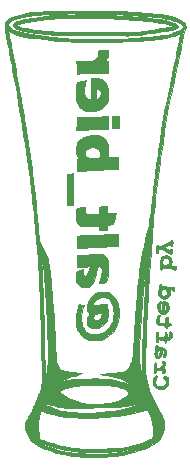
<source format=gbl>
G04 #@! TF.GenerationSoftware,KiCad,Pcbnew,7.0.10*
G04 #@! TF.CreationDate,2024-06-20T09:16:36-05:00*
G04 #@! TF.ProjectId,g0dzilla_vs,6730647a-696c-46c6-915f-76732e6b6963,1*
G04 #@! TF.SameCoordinates,Original*
G04 #@! TF.FileFunction,Copper,L2,Bot*
G04 #@! TF.FilePolarity,Positive*
%FSLAX46Y46*%
G04 Gerber Fmt 4.6, Leading zero omitted, Abs format (unit mm)*
G04 Created by KiCad (PCBNEW 7.0.10) date 2024-06-20 09:16:36*
%MOMM*%
%LPD*%
G01*
G04 APERTURE LIST*
G04 #@! TA.AperFunction,EtchedComponent*
%ADD10C,0.010000*%
G04 #@! TD*
G04 APERTURE END LIST*
D10*
X62669131Y-98253643D02*
X62118798Y-98253643D01*
X62118798Y-96941310D01*
X62119018Y-96787021D01*
X62120875Y-96475425D01*
X62124420Y-96197430D01*
X62129406Y-95963249D01*
X62135587Y-95783094D01*
X62142716Y-95667180D01*
X62150548Y-95625718D01*
X62186437Y-95623344D01*
X62288135Y-95618035D01*
X62425714Y-95611598D01*
X62669131Y-95600736D01*
X62669131Y-98253643D01*
G04 #@! TA.AperFunction,EtchedComponent*
G36*
X62669131Y-98253643D02*
G01*
X62118798Y-98253643D01*
X62118798Y-96941310D01*
X62119018Y-96787021D01*
X62120875Y-96475425D01*
X62124420Y-96197430D01*
X62129406Y-95963249D01*
X62135587Y-95783094D01*
X62142716Y-95667180D01*
X62150548Y-95625718D01*
X62186437Y-95623344D01*
X62288135Y-95618035D01*
X62425714Y-95611598D01*
X62669131Y-95600736D01*
X62669131Y-98253643D01*
G37*
G04 #@! TD.AperFunction*
X66449405Y-90752617D02*
X66507514Y-90769508D01*
X66524525Y-90802977D01*
X66525417Y-90864085D01*
X66525884Y-90987991D01*
X66525935Y-91150689D01*
X66525612Y-91328895D01*
X66524959Y-91499326D01*
X66524018Y-91638697D01*
X66522832Y-91723727D01*
X66494717Y-91752697D01*
X66398069Y-91770883D01*
X66225131Y-91776643D01*
X65928798Y-91776643D01*
X65928798Y-90767591D01*
X66225227Y-90753534D01*
X66333796Y-90749593D01*
X66449405Y-90752617D01*
G04 #@! TA.AperFunction,EtchedComponent*
G36*
X66449405Y-90752617D02*
G01*
X66507514Y-90769508D01*
X66524525Y-90802977D01*
X66525417Y-90864085D01*
X66525884Y-90987991D01*
X66525935Y-91150689D01*
X66525612Y-91328895D01*
X66524959Y-91499326D01*
X66524018Y-91638697D01*
X66522832Y-91723727D01*
X66494717Y-91752697D01*
X66398069Y-91770883D01*
X66225131Y-91776643D01*
X65928798Y-91776643D01*
X65928798Y-90767591D01*
X66225227Y-90753534D01*
X66333796Y-90749593D01*
X66449405Y-90752617D01*
G37*
G04 #@! TD.AperFunction*
X65590131Y-91818977D02*
X65262048Y-91821918D01*
X65068625Y-91825433D01*
X64874250Y-91831883D01*
X64722298Y-91839854D01*
X64691776Y-91841876D01*
X64549635Y-91849881D01*
X64351941Y-91859740D01*
X64120628Y-91870392D01*
X63877632Y-91880773D01*
X63768141Y-91885540D01*
X63558824Y-91896364D01*
X63388356Y-91907482D01*
X63271994Y-91917828D01*
X63224993Y-91926337D01*
X63224634Y-91926676D01*
X63171363Y-91940319D01*
X63072959Y-91945977D01*
X62940565Y-91945977D01*
X62957627Y-91406227D01*
X62958615Y-91375279D01*
X62965458Y-91176029D01*
X62971866Y-91013170D01*
X62977160Y-90902782D01*
X62980660Y-90860945D01*
X62987505Y-90860126D01*
X63058865Y-90856570D01*
X63197798Y-90851289D01*
X63391980Y-90844708D01*
X63629087Y-90837254D01*
X63896798Y-90829350D01*
X63933351Y-90828291D01*
X64233772Y-90818726D01*
X64530819Y-90807900D01*
X64804175Y-90796645D01*
X65033524Y-90785790D01*
X65198548Y-90776165D01*
X65590131Y-90749043D01*
X65590131Y-91818977D01*
G04 #@! TA.AperFunction,EtchedComponent*
G36*
X65590131Y-91818977D02*
G01*
X65262048Y-91821918D01*
X65068625Y-91825433D01*
X64874250Y-91831883D01*
X64722298Y-91839854D01*
X64691776Y-91841876D01*
X64549635Y-91849881D01*
X64351941Y-91859740D01*
X64120628Y-91870392D01*
X63877632Y-91880773D01*
X63768141Y-91885540D01*
X63558824Y-91896364D01*
X63388356Y-91907482D01*
X63271994Y-91917828D01*
X63224993Y-91926337D01*
X63224634Y-91926676D01*
X63171363Y-91940319D01*
X63072959Y-91945977D01*
X62940565Y-91945977D01*
X62957627Y-91406227D01*
X62958615Y-91375279D01*
X62965458Y-91176029D01*
X62971866Y-91013170D01*
X62977160Y-90902782D01*
X62980660Y-90860945D01*
X62987505Y-90860126D01*
X63058865Y-90856570D01*
X63197798Y-90851289D01*
X63391980Y-90844708D01*
X63629087Y-90837254D01*
X63896798Y-90829350D01*
X63933351Y-90828291D01*
X64233772Y-90818726D01*
X64530819Y-90807900D01*
X64804175Y-90796645D01*
X65033524Y-90785790D01*
X65198548Y-90776165D01*
X65590131Y-90749043D01*
X65590131Y-91818977D01*
G37*
G04 #@! TD.AperFunction*
X69758657Y-112740235D02*
X69756164Y-112823680D01*
X69700516Y-112926608D01*
X69638728Y-113039723D01*
X69608290Y-113211233D01*
X69634218Y-113380651D01*
X69715707Y-113516734D01*
X69784800Y-113569025D01*
X69948848Y-113624919D01*
X70136262Y-113626434D01*
X70318089Y-113570964D01*
X70352188Y-113550156D01*
X70438312Y-113448431D01*
X70482346Y-113315664D01*
X70482971Y-113177160D01*
X70438865Y-113058221D01*
X70348710Y-112984152D01*
X70285026Y-112943837D01*
X70246798Y-112859691D01*
X70246818Y-112856364D01*
X70260700Y-112803862D01*
X70315189Y-112779765D01*
X70432114Y-112773977D01*
X70497259Y-112776842D01*
X70621986Y-112806640D01*
X70684114Y-112862976D01*
X70673040Y-112938603D01*
X70670343Y-112943682D01*
X70661681Y-113025212D01*
X70681962Y-113136305D01*
X70697193Y-113280956D01*
X70657999Y-113463740D01*
X70569150Y-113631049D01*
X70443011Y-113751069D01*
X70431332Y-113757937D01*
X70273087Y-113814136D01*
X70056298Y-113831993D01*
X69894455Y-113820762D01*
X69679165Y-113754577D01*
X69524580Y-113629586D01*
X69431352Y-113446411D01*
X69400131Y-113205672D01*
X69400191Y-113197395D01*
X69424817Y-113028068D01*
X69485632Y-112872474D01*
X69570261Y-112754256D01*
X69666331Y-112697057D01*
X69711050Y-112696798D01*
X69758657Y-112740235D01*
G04 #@! TA.AperFunction,EtchedComponent*
G36*
X69758657Y-112740235D02*
G01*
X69756164Y-112823680D01*
X69700516Y-112926608D01*
X69638728Y-113039723D01*
X69608290Y-113211233D01*
X69634218Y-113380651D01*
X69715707Y-113516734D01*
X69784800Y-113569025D01*
X69948848Y-113624919D01*
X70136262Y-113626434D01*
X70318089Y-113570964D01*
X70352188Y-113550156D01*
X70438312Y-113448431D01*
X70482346Y-113315664D01*
X70482971Y-113177160D01*
X70438865Y-113058221D01*
X70348710Y-112984152D01*
X70285026Y-112943837D01*
X70246798Y-112859691D01*
X70246818Y-112856364D01*
X70260700Y-112803862D01*
X70315189Y-112779765D01*
X70432114Y-112773977D01*
X70497259Y-112776842D01*
X70621986Y-112806640D01*
X70684114Y-112862976D01*
X70673040Y-112938603D01*
X70670343Y-112943682D01*
X70661681Y-113025212D01*
X70681962Y-113136305D01*
X70697193Y-113280956D01*
X70657999Y-113463740D01*
X70569150Y-113631049D01*
X70443011Y-113751069D01*
X70431332Y-113757937D01*
X70273087Y-113814136D01*
X70056298Y-113831993D01*
X69894455Y-113820762D01*
X69679165Y-113754577D01*
X69524580Y-113629586D01*
X69431352Y-113446411D01*
X69400131Y-113205672D01*
X69400191Y-113197395D01*
X69424817Y-113028068D01*
X69485632Y-112872474D01*
X69570261Y-112754256D01*
X69666331Y-112697057D01*
X69711050Y-112696798D01*
X69758657Y-112740235D01*
G37*
G04 #@! TD.AperFunction*
X69992604Y-107592183D02*
X69996514Y-107596483D01*
X70010659Y-107667144D01*
X69972603Y-107790955D01*
X69938271Y-107887948D01*
X69910800Y-108040129D01*
X69923112Y-108156931D01*
X69975094Y-108218614D01*
X70005785Y-108226510D01*
X70113690Y-108239273D01*
X70250260Y-108244310D01*
X70458464Y-108244310D01*
X70458464Y-108057272D01*
X70460021Y-107974957D01*
X70477777Y-107834128D01*
X70519411Y-107758702D01*
X70589994Y-107736310D01*
X70627444Y-107742638D01*
X70654795Y-107777696D01*
X70667206Y-107860233D01*
X70670131Y-108008794D01*
X70670131Y-108281279D01*
X70807714Y-108294544D01*
X70843368Y-108298948D01*
X70923153Y-108329019D01*
X70945298Y-108392477D01*
X70939638Y-108431189D01*
X70894576Y-108471625D01*
X70786548Y-108490282D01*
X70714187Y-108499347D01*
X70645836Y-108529148D01*
X70627798Y-108588476D01*
X70627354Y-108598455D01*
X70593839Y-108654888D01*
X70528565Y-108663389D01*
X70461946Y-108628811D01*
X70424397Y-108556011D01*
X70411135Y-108511662D01*
X70370593Y-108479450D01*
X70284375Y-108460578D01*
X70132991Y-108447811D01*
X70123138Y-108447157D01*
X69920796Y-108415787D01*
X69789056Y-108349603D01*
X69718494Y-108240625D01*
X69699685Y-108080870D01*
X69703416Y-108016373D01*
X69733759Y-107853126D01*
X69786735Y-107714259D01*
X69853459Y-107614597D01*
X69925043Y-107568964D01*
X69992604Y-107592183D01*
G04 #@! TA.AperFunction,EtchedComponent*
G36*
X69992604Y-107592183D02*
G01*
X69996514Y-107596483D01*
X70010659Y-107667144D01*
X69972603Y-107790955D01*
X69938271Y-107887948D01*
X69910800Y-108040129D01*
X69923112Y-108156931D01*
X69975094Y-108218614D01*
X70005785Y-108226510D01*
X70113690Y-108239273D01*
X70250260Y-108244310D01*
X70458464Y-108244310D01*
X70458464Y-108057272D01*
X70460021Y-107974957D01*
X70477777Y-107834128D01*
X70519411Y-107758702D01*
X70589994Y-107736310D01*
X70627444Y-107742638D01*
X70654795Y-107777696D01*
X70667206Y-107860233D01*
X70670131Y-108008794D01*
X70670131Y-108281279D01*
X70807714Y-108294544D01*
X70843368Y-108298948D01*
X70923153Y-108329019D01*
X70945298Y-108392477D01*
X70939638Y-108431189D01*
X70894576Y-108471625D01*
X70786548Y-108490282D01*
X70714187Y-108499347D01*
X70645836Y-108529148D01*
X70627798Y-108588476D01*
X70627354Y-108598455D01*
X70593839Y-108654888D01*
X70528565Y-108663389D01*
X70461946Y-108628811D01*
X70424397Y-108556011D01*
X70411135Y-108511662D01*
X70370593Y-108479450D01*
X70284375Y-108460578D01*
X70132991Y-108447811D01*
X70123138Y-108447157D01*
X69920796Y-108415787D01*
X69789056Y-108349603D01*
X69718494Y-108240625D01*
X69699685Y-108080870D01*
X69703416Y-108016373D01*
X69733759Y-107853126D01*
X69786735Y-107714259D01*
X69853459Y-107614597D01*
X69925043Y-107568964D01*
X69992604Y-107592183D01*
G37*
G04 #@! TD.AperFunction*
X70755195Y-106953499D02*
X70724777Y-107138835D01*
X70643393Y-107300221D01*
X70510849Y-107416042D01*
X70388024Y-107465420D01*
X70203228Y-107478081D01*
X70037043Y-107421118D01*
X69902893Y-107303633D01*
X69814199Y-107134725D01*
X69784385Y-106923495D01*
X69798107Y-106743934D01*
X69840251Y-106564057D01*
X69905496Y-106441157D01*
X69988743Y-106388582D01*
X70052788Y-106386462D01*
X70073680Y-106421188D01*
X70060872Y-106515582D01*
X70041183Y-106622851D01*
X70008386Y-106862050D01*
X70005373Y-107031351D01*
X70031828Y-107137471D01*
X70070932Y-107195305D01*
X70115834Y-107228310D01*
X70127452Y-107209872D01*
X70146511Y-107123506D01*
X70165361Y-106982579D01*
X70167769Y-106955642D01*
X70373798Y-106955642D01*
X70375343Y-107037176D01*
X70390627Y-107170394D01*
X70421356Y-107222574D01*
X70466417Y-107192797D01*
X70524693Y-107080143D01*
X70558278Y-106985915D01*
X70561717Y-106894356D01*
X70523420Y-106780763D01*
X70494727Y-106719901D01*
X70444893Y-106660280D01*
X70406761Y-106681293D01*
X70382380Y-106780545D01*
X70373798Y-106955642D01*
X70167769Y-106955642D01*
X70181237Y-106804977D01*
X70191932Y-106668778D01*
X70213258Y-106504575D01*
X70246414Y-106409728D01*
X70299932Y-106374691D01*
X70382345Y-106389917D01*
X70502184Y-106445860D01*
X70542576Y-106469960D01*
X70663901Y-106597445D01*
X70734838Y-106765830D01*
X70748780Y-106894356D01*
X70755195Y-106953499D01*
G04 #@! TA.AperFunction,EtchedComponent*
G36*
X70755195Y-106953499D02*
G01*
X70724777Y-107138835D01*
X70643393Y-107300221D01*
X70510849Y-107416042D01*
X70388024Y-107465420D01*
X70203228Y-107478081D01*
X70037043Y-107421118D01*
X69902893Y-107303633D01*
X69814199Y-107134725D01*
X69784385Y-106923495D01*
X69798107Y-106743934D01*
X69840251Y-106564057D01*
X69905496Y-106441157D01*
X69988743Y-106388582D01*
X70052788Y-106386462D01*
X70073680Y-106421188D01*
X70060872Y-106515582D01*
X70041183Y-106622851D01*
X70008386Y-106862050D01*
X70005373Y-107031351D01*
X70031828Y-107137471D01*
X70070932Y-107195305D01*
X70115834Y-107228310D01*
X70127452Y-107209872D01*
X70146511Y-107123506D01*
X70165361Y-106982579D01*
X70167769Y-106955642D01*
X70373798Y-106955642D01*
X70375343Y-107037176D01*
X70390627Y-107170394D01*
X70421356Y-107222574D01*
X70466417Y-107192797D01*
X70524693Y-107080143D01*
X70558278Y-106985915D01*
X70561717Y-106894356D01*
X70523420Y-106780763D01*
X70494727Y-106719901D01*
X70444893Y-106660280D01*
X70406761Y-106681293D01*
X70382380Y-106780545D01*
X70373798Y-106955642D01*
X70167769Y-106955642D01*
X70181237Y-106804977D01*
X70191932Y-106668778D01*
X70213258Y-106504575D01*
X70246414Y-106409728D01*
X70299932Y-106374691D01*
X70382345Y-106389917D01*
X70502184Y-106445860D01*
X70542576Y-106469960D01*
X70663901Y-106597445D01*
X70734838Y-106765830D01*
X70748780Y-106894356D01*
X70755195Y-106953499D01*
G37*
G04 #@! TD.AperFunction*
X70338494Y-111473297D02*
X70419572Y-111542487D01*
X70458119Y-111655328D01*
X70448982Y-111790285D01*
X70387009Y-111925822D01*
X70384467Y-111929473D01*
X70343883Y-112008855D01*
X70365842Y-112044602D01*
X70388787Y-112076100D01*
X70408826Y-112166022D01*
X70416577Y-112280546D01*
X70410213Y-112386178D01*
X70387909Y-112449421D01*
X70362569Y-112463822D01*
X70282076Y-112477643D01*
X70225791Y-112456373D01*
X70204464Y-112371810D01*
X70202233Y-112331249D01*
X70171057Y-112278576D01*
X70082756Y-112265977D01*
X69974171Y-112259974D01*
X69834862Y-112240739D01*
X69758949Y-112230816D01*
X69709292Y-112257154D01*
X69682462Y-112346573D01*
X69680873Y-112354245D01*
X69641142Y-112449338D01*
X69570523Y-112477643D01*
X69567358Y-112477627D01*
X69522954Y-112468559D01*
X69498138Y-112430209D01*
X69487409Y-112344135D01*
X69485264Y-112191893D01*
X69485853Y-112112700D01*
X69496145Y-111874092D01*
X69520228Y-111711361D01*
X69559441Y-111618286D01*
X69615125Y-111588643D01*
X69624739Y-111588998D01*
X69667762Y-111610172D01*
X69691893Y-111677777D01*
X69704836Y-111810893D01*
X69717631Y-112033143D01*
X69872456Y-112046048D01*
X69978699Y-112044719D01*
X70056471Y-112006064D01*
X70139571Y-111911733D01*
X70197018Y-111827954D01*
X70231778Y-111728759D01*
X70223451Y-111613078D01*
X70210781Y-111523094D01*
X70224220Y-111473140D01*
X70275953Y-111461643D01*
X70338494Y-111473297D01*
G04 #@! TA.AperFunction,EtchedComponent*
G36*
X70338494Y-111473297D02*
G01*
X70419572Y-111542487D01*
X70458119Y-111655328D01*
X70448982Y-111790285D01*
X70387009Y-111925822D01*
X70384467Y-111929473D01*
X70343883Y-112008855D01*
X70365842Y-112044602D01*
X70388787Y-112076100D01*
X70408826Y-112166022D01*
X70416577Y-112280546D01*
X70410213Y-112386178D01*
X70387909Y-112449421D01*
X70362569Y-112463822D01*
X70282076Y-112477643D01*
X70225791Y-112456373D01*
X70204464Y-112371810D01*
X70202233Y-112331249D01*
X70171057Y-112278576D01*
X70082756Y-112265977D01*
X69974171Y-112259974D01*
X69834862Y-112240739D01*
X69758949Y-112230816D01*
X69709292Y-112257154D01*
X69682462Y-112346573D01*
X69680873Y-112354245D01*
X69641142Y-112449338D01*
X69570523Y-112477643D01*
X69567358Y-112477627D01*
X69522954Y-112468559D01*
X69498138Y-112430209D01*
X69487409Y-112344135D01*
X69485264Y-112191893D01*
X69485853Y-112112700D01*
X69496145Y-111874092D01*
X69520228Y-111711361D01*
X69559441Y-111618286D01*
X69615125Y-111588643D01*
X69624739Y-111588998D01*
X69667762Y-111610172D01*
X69691893Y-111677777D01*
X69704836Y-111810893D01*
X69717631Y-112033143D01*
X69872456Y-112046048D01*
X69978699Y-112044719D01*
X70056471Y-112006064D01*
X70139571Y-111911733D01*
X70197018Y-111827954D01*
X70231778Y-111728759D01*
X70223451Y-111613078D01*
X70210781Y-111523094D01*
X70224220Y-111473140D01*
X70275953Y-111461643D01*
X70338494Y-111473297D01*
G37*
G04 #@! TD.AperFunction*
X65162354Y-85169845D02*
X65326298Y-85174567D01*
X65473725Y-85181126D01*
X65581920Y-85188724D01*
X65628165Y-85196566D01*
X65630058Y-85198809D01*
X65644372Y-85264098D01*
X65645261Y-85379841D01*
X65634926Y-85515866D01*
X65615569Y-85641997D01*
X65589391Y-85728061D01*
X65586089Y-85734298D01*
X65517611Y-85837729D01*
X65428872Y-85945227D01*
X65320291Y-86061643D01*
X65590131Y-86061643D01*
X65590203Y-87056477D01*
X65156250Y-87056477D01*
X64978638Y-87058233D01*
X64756913Y-87063234D01*
X64508086Y-87070854D01*
X64246123Y-87080468D01*
X63984993Y-87091450D01*
X63738661Y-87103175D01*
X63521095Y-87115016D01*
X63346262Y-87126348D01*
X63228127Y-87136545D01*
X63180659Y-87144982D01*
X63148255Y-87155734D01*
X63064242Y-87162310D01*
X62988139Y-87142515D01*
X62962764Y-87067060D01*
X62961717Y-87024114D01*
X62959119Y-86901072D01*
X62955785Y-86731258D01*
X62952181Y-86537937D01*
X62944298Y-86104064D01*
X63481964Y-86104020D01*
X63764430Y-86100402D01*
X64027732Y-86085334D01*
X64232058Y-86055707D01*
X64390994Y-86008497D01*
X64518129Y-85940683D01*
X64627048Y-85849239D01*
X64710661Y-85760277D01*
X64760962Y-85679016D01*
X64781729Y-85580723D01*
X64785798Y-85431624D01*
X64786724Y-85345526D01*
X64795611Y-85236891D01*
X64818251Y-85184442D01*
X64859881Y-85169653D01*
X64875778Y-85169089D01*
X65004609Y-85167753D01*
X65162354Y-85169845D01*
G04 #@! TA.AperFunction,EtchedComponent*
G36*
X65162354Y-85169845D02*
G01*
X65326298Y-85174567D01*
X65473725Y-85181126D01*
X65581920Y-85188724D01*
X65628165Y-85196566D01*
X65630058Y-85198809D01*
X65644372Y-85264098D01*
X65645261Y-85379841D01*
X65634926Y-85515866D01*
X65615569Y-85641997D01*
X65589391Y-85728061D01*
X65586089Y-85734298D01*
X65517611Y-85837729D01*
X65428872Y-85945227D01*
X65320291Y-86061643D01*
X65590131Y-86061643D01*
X65590203Y-87056477D01*
X65156250Y-87056477D01*
X64978638Y-87058233D01*
X64756913Y-87063234D01*
X64508086Y-87070854D01*
X64246123Y-87080468D01*
X63984993Y-87091450D01*
X63738661Y-87103175D01*
X63521095Y-87115016D01*
X63346262Y-87126348D01*
X63228127Y-87136545D01*
X63180659Y-87144982D01*
X63148255Y-87155734D01*
X63064242Y-87162310D01*
X62988139Y-87142515D01*
X62962764Y-87067060D01*
X62961717Y-87024114D01*
X62959119Y-86901072D01*
X62955785Y-86731258D01*
X62952181Y-86537937D01*
X62944298Y-86104064D01*
X63481964Y-86104020D01*
X63764430Y-86100402D01*
X64027732Y-86085334D01*
X64232058Y-86055707D01*
X64390994Y-86008497D01*
X64518129Y-85940683D01*
X64627048Y-85849239D01*
X64710661Y-85760277D01*
X64760962Y-85679016D01*
X64781729Y-85580723D01*
X64785798Y-85431624D01*
X64786724Y-85345526D01*
X64795611Y-85236891D01*
X64818251Y-85184442D01*
X64859881Y-85169653D01*
X64875778Y-85169089D01*
X65004609Y-85167753D01*
X65162354Y-85169845D01*
G37*
G04 #@! TD.AperFunction*
X66433103Y-100700689D02*
X66446154Y-100718504D01*
X66464242Y-100813932D01*
X66475351Y-100987470D01*
X66479131Y-101235069D01*
X66479131Y-101754106D01*
X65535314Y-101783104D01*
X65415753Y-101786879D01*
X65143777Y-101796245D01*
X64901148Y-101805652D01*
X64701688Y-101814506D01*
X64559220Y-101822212D01*
X64487564Y-101828175D01*
X64474284Y-101829912D01*
X64375972Y-101838463D01*
X64216879Y-101849093D01*
X64015899Y-101860616D01*
X63791924Y-101871847D01*
X63717375Y-101875417D01*
X63512593Y-101886256D01*
X63345719Y-101896604D01*
X63232315Y-101905436D01*
X63187940Y-101911723D01*
X63152342Y-101918763D01*
X63065990Y-101919738D01*
X62956317Y-101915477D01*
X62956355Y-101421356D01*
X62958123Y-101235616D01*
X62963374Y-101065603D01*
X62971267Y-100943425D01*
X62980954Y-100887495D01*
X62982984Y-100885400D01*
X63042251Y-100869993D01*
X63167131Y-100856373D01*
X63340792Y-100845952D01*
X63546407Y-100840137D01*
X63555997Y-100840000D01*
X63773311Y-100835845D01*
X63969610Y-100830260D01*
X64123677Y-100823959D01*
X64214298Y-100817657D01*
X64253600Y-100814081D01*
X64379016Y-100805694D01*
X64561066Y-100795454D01*
X64781937Y-100784338D01*
X65023813Y-100773321D01*
X65128219Y-100768654D01*
X65396538Y-100755400D01*
X65655860Y-100741008D01*
X65880982Y-100726925D01*
X66046702Y-100714597D01*
X66090018Y-100711029D01*
X66249334Y-100700662D01*
X66371556Y-100696932D01*
X66433103Y-100700689D01*
G04 #@! TA.AperFunction,EtchedComponent*
G36*
X66433103Y-100700689D02*
G01*
X66446154Y-100718504D01*
X66464242Y-100813932D01*
X66475351Y-100987470D01*
X66479131Y-101235069D01*
X66479131Y-101754106D01*
X65535314Y-101783104D01*
X65415753Y-101786879D01*
X65143777Y-101796245D01*
X64901148Y-101805652D01*
X64701688Y-101814506D01*
X64559220Y-101822212D01*
X64487564Y-101828175D01*
X64474284Y-101829912D01*
X64375972Y-101838463D01*
X64216879Y-101849093D01*
X64015899Y-101860616D01*
X63791924Y-101871847D01*
X63717375Y-101875417D01*
X63512593Y-101886256D01*
X63345719Y-101896604D01*
X63232315Y-101905436D01*
X63187940Y-101911723D01*
X63152342Y-101918763D01*
X63065990Y-101919738D01*
X62956317Y-101915477D01*
X62956355Y-101421356D01*
X62958123Y-101235616D01*
X62963374Y-101065603D01*
X62971267Y-100943425D01*
X62980954Y-100887495D01*
X62982984Y-100885400D01*
X63042251Y-100869993D01*
X63167131Y-100856373D01*
X63340792Y-100845952D01*
X63546407Y-100840137D01*
X63555997Y-100840000D01*
X63773311Y-100835845D01*
X63969610Y-100830260D01*
X64123677Y-100823959D01*
X64214298Y-100817657D01*
X64253600Y-100814081D01*
X64379016Y-100805694D01*
X64561066Y-100795454D01*
X64781937Y-100784338D01*
X65023813Y-100773321D01*
X65128219Y-100768654D01*
X65396538Y-100755400D01*
X65655860Y-100741008D01*
X65880982Y-100726925D01*
X66046702Y-100714597D01*
X66090018Y-100711029D01*
X66249334Y-100700662D01*
X66371556Y-100696932D01*
X66433103Y-100700689D01*
G37*
G04 #@! TD.AperFunction*
X70204464Y-110648335D02*
X70188212Y-110804441D01*
X70125700Y-110999541D01*
X70028763Y-111150922D01*
X69958572Y-111208978D01*
X69831797Y-111249183D01*
X69710896Y-111223086D01*
X69612049Y-111140815D01*
X69551437Y-111012497D01*
X69548055Y-110922907D01*
X69747004Y-110922907D01*
X69754237Y-110959067D01*
X69792655Y-111027202D01*
X69845615Y-111028045D01*
X69902176Y-110970992D01*
X69951397Y-110865441D01*
X69982339Y-110720787D01*
X69982881Y-110715953D01*
X69990532Y-110599140D01*
X69975571Y-110544098D01*
X69932643Y-110530310D01*
X69913770Y-110534438D01*
X69851084Y-110592126D01*
X69793293Y-110695346D01*
X69754050Y-110815229D01*
X69747004Y-110922907D01*
X69548055Y-110922907D01*
X69545238Y-110848260D01*
X69557404Y-110758263D01*
X69577570Y-110588750D01*
X69595983Y-110413893D01*
X69607613Y-110308942D01*
X69627811Y-110207934D01*
X69657846Y-110160885D01*
X69705359Y-110149310D01*
X69756651Y-110163284D01*
X69811198Y-110233977D01*
X69831699Y-110278036D01*
X69892384Y-110310177D01*
X70012585Y-110318643D01*
X70061055Y-110319495D01*
X70281184Y-110353545D01*
X70434017Y-110438239D01*
X70520465Y-110574872D01*
X70541441Y-110764743D01*
X70497857Y-111009150D01*
X70470053Y-111092889D01*
X70426425Y-111150376D01*
X70360510Y-111157296D01*
X70297915Y-111132670D01*
X70278723Y-111059456D01*
X70282305Y-111031630D01*
X70297256Y-110917839D01*
X70315600Y-110780223D01*
X70326129Y-110666095D01*
X70314375Y-110593219D01*
X70273092Y-110559302D01*
X70257680Y-110554295D01*
X70215835Y-110567573D01*
X70211390Y-110599140D01*
X70204464Y-110648335D01*
G04 #@! TA.AperFunction,EtchedComponent*
G36*
X70204464Y-110648335D02*
G01*
X70188212Y-110804441D01*
X70125700Y-110999541D01*
X70028763Y-111150922D01*
X69958572Y-111208978D01*
X69831797Y-111249183D01*
X69710896Y-111223086D01*
X69612049Y-111140815D01*
X69551437Y-111012497D01*
X69548055Y-110922907D01*
X69747004Y-110922907D01*
X69754237Y-110959067D01*
X69792655Y-111027202D01*
X69845615Y-111028045D01*
X69902176Y-110970992D01*
X69951397Y-110865441D01*
X69982339Y-110720787D01*
X69982881Y-110715953D01*
X69990532Y-110599140D01*
X69975571Y-110544098D01*
X69932643Y-110530310D01*
X69913770Y-110534438D01*
X69851084Y-110592126D01*
X69793293Y-110695346D01*
X69754050Y-110815229D01*
X69747004Y-110922907D01*
X69548055Y-110922907D01*
X69545238Y-110848260D01*
X69557404Y-110758263D01*
X69577570Y-110588750D01*
X69595983Y-110413893D01*
X69607613Y-110308942D01*
X69627811Y-110207934D01*
X69657846Y-110160885D01*
X69705359Y-110149310D01*
X69756651Y-110163284D01*
X69811198Y-110233977D01*
X69831699Y-110278036D01*
X69892384Y-110310177D01*
X70012585Y-110318643D01*
X70061055Y-110319495D01*
X70281184Y-110353545D01*
X70434017Y-110438239D01*
X70520465Y-110574872D01*
X70541441Y-110764743D01*
X70497857Y-111009150D01*
X70470053Y-111092889D01*
X70426425Y-111150376D01*
X70360510Y-111157296D01*
X70297915Y-111132670D01*
X70278723Y-111059456D01*
X70282305Y-111031630D01*
X70297256Y-110917839D01*
X70315600Y-110780223D01*
X70326129Y-110666095D01*
X70314375Y-110593219D01*
X70273092Y-110559302D01*
X70257680Y-110554295D01*
X70215835Y-110567573D01*
X70211390Y-110599140D01*
X70204464Y-110648335D01*
G37*
G04 #@! TD.AperFunction*
X70955077Y-108989259D02*
X70981671Y-109044977D01*
X71001770Y-109181087D01*
X70993542Y-109341237D01*
X70959851Y-109491592D01*
X70903558Y-109598320D01*
X70826203Y-109653240D01*
X70709267Y-109683643D01*
X70664657Y-109686120D01*
X70598702Y-109719827D01*
X70563780Y-109813000D01*
X70535917Y-109885373D01*
X70476830Y-109930180D01*
X70417540Y-109903181D01*
X70382118Y-109805387D01*
X70372675Y-109755609D01*
X70340792Y-109712625D01*
X70267405Y-109688086D01*
X70130997Y-109670429D01*
X70089006Y-109666235D01*
X69946681Y-109657764D01*
X69866605Y-109671303D01*
X69831344Y-109713744D01*
X69823464Y-109791975D01*
X69805753Y-109869840D01*
X69738798Y-109895310D01*
X69706194Y-109891866D01*
X69677972Y-109868672D01*
X69662308Y-109809382D01*
X69655570Y-109697810D01*
X69654131Y-109517772D01*
X69657079Y-109299717D01*
X69668180Y-109151746D01*
X69690739Y-109062235D01*
X69728060Y-109018113D01*
X69783448Y-109006310D01*
X69794540Y-109006761D01*
X69837420Y-109028190D01*
X69861342Y-109095703D01*
X69874169Y-109228560D01*
X69886964Y-109450810D01*
X70124107Y-109463319D01*
X70361249Y-109475827D01*
X70399273Y-109251652D01*
X70414117Y-109175865D01*
X70452768Y-109063609D01*
X70500798Y-109027477D01*
X70538331Y-109048139D01*
X70563219Y-109124477D01*
X70576994Y-109270893D01*
X70587483Y-109393462D01*
X70611237Y-109485982D01*
X70649588Y-109514310D01*
X70665017Y-109512871D01*
X70735055Y-109459411D01*
X70780772Y-109337671D01*
X70797131Y-109159758D01*
X70804332Y-109051567D01*
X70836117Y-108956599D01*
X70888211Y-108933837D01*
X70955077Y-108989259D01*
G04 #@! TA.AperFunction,EtchedComponent*
G36*
X70955077Y-108989259D02*
G01*
X70981671Y-109044977D01*
X71001770Y-109181087D01*
X70993542Y-109341237D01*
X70959851Y-109491592D01*
X70903558Y-109598320D01*
X70826203Y-109653240D01*
X70709267Y-109683643D01*
X70664657Y-109686120D01*
X70598702Y-109719827D01*
X70563780Y-109813000D01*
X70535917Y-109885373D01*
X70476830Y-109930180D01*
X70417540Y-109903181D01*
X70382118Y-109805387D01*
X70372675Y-109755609D01*
X70340792Y-109712625D01*
X70267405Y-109688086D01*
X70130997Y-109670429D01*
X70089006Y-109666235D01*
X69946681Y-109657764D01*
X69866605Y-109671303D01*
X69831344Y-109713744D01*
X69823464Y-109791975D01*
X69805753Y-109869840D01*
X69738798Y-109895310D01*
X69706194Y-109891866D01*
X69677972Y-109868672D01*
X69662308Y-109809382D01*
X69655570Y-109697810D01*
X69654131Y-109517772D01*
X69657079Y-109299717D01*
X69668180Y-109151746D01*
X69690739Y-109062235D01*
X69728060Y-109018113D01*
X69783448Y-109006310D01*
X69794540Y-109006761D01*
X69837420Y-109028190D01*
X69861342Y-109095703D01*
X69874169Y-109228560D01*
X69886964Y-109450810D01*
X70124107Y-109463319D01*
X70361249Y-109475827D01*
X70399273Y-109251652D01*
X70414117Y-109175865D01*
X70452768Y-109063609D01*
X70500798Y-109027477D01*
X70538331Y-109048139D01*
X70563219Y-109124477D01*
X70576994Y-109270893D01*
X70587483Y-109393462D01*
X70611237Y-109485982D01*
X70649588Y-109514310D01*
X70665017Y-109512871D01*
X70735055Y-109459411D01*
X70780772Y-109337671D01*
X70797131Y-109159758D01*
X70804332Y-109051567D01*
X70836117Y-108956599D01*
X70888211Y-108933837D01*
X70955077Y-108989259D01*
G37*
G04 #@! TD.AperFunction*
X70984010Y-103150110D02*
X70941380Y-103323060D01*
X70931781Y-103365806D01*
X70944446Y-103401196D01*
X71004618Y-103415587D01*
X71130860Y-103418310D01*
X71347464Y-103418310D01*
X71347464Y-103580588D01*
X71347066Y-103608163D01*
X71337522Y-103713921D01*
X71319242Y-103771088D01*
X71316882Y-103773371D01*
X71242697Y-103802066D01*
X71169127Y-103780758D01*
X71135798Y-103720397D01*
X71134505Y-103708337D01*
X71084426Y-103654670D01*
X70959518Y-103617049D01*
X70756908Y-103594899D01*
X70473723Y-103587643D01*
X70455026Y-103587688D01*
X70306773Y-103593853D01*
X70227779Y-103612504D01*
X70204464Y-103646614D01*
X70177507Y-103707040D01*
X70109503Y-103732851D01*
X70041827Y-103701544D01*
X70018954Y-103633389D01*
X70006753Y-103501467D01*
X70005943Y-103331292D01*
X70015305Y-103146237D01*
X70027975Y-103024093D01*
X70213477Y-103024093D01*
X70223332Y-103171631D01*
X70289131Y-103291310D01*
X70370462Y-103346468D01*
X70481555Y-103375977D01*
X70551370Y-103362923D01*
X70669370Y-103290831D01*
X70760557Y-103180025D01*
X70797131Y-103058477D01*
X70776988Y-102963091D01*
X70699915Y-102852438D01*
X70587070Y-102773946D01*
X70462033Y-102742598D01*
X70348385Y-102773375D01*
X70346848Y-102774411D01*
X70255879Y-102880939D01*
X70213477Y-103024093D01*
X70027975Y-103024093D01*
X70033619Y-102969676D01*
X70059665Y-102824982D01*
X70092225Y-102735528D01*
X70199857Y-102621565D01*
X70356910Y-102549037D01*
X70529766Y-102538827D01*
X70699272Y-102588262D01*
X70846270Y-102694671D01*
X70951608Y-102855382D01*
X70973731Y-102914345D01*
X70994568Y-103024212D01*
X70991694Y-103058477D01*
X70984010Y-103150110D01*
G04 #@! TA.AperFunction,EtchedComponent*
G36*
X70984010Y-103150110D02*
G01*
X70941380Y-103323060D01*
X70931781Y-103365806D01*
X70944446Y-103401196D01*
X71004618Y-103415587D01*
X71130860Y-103418310D01*
X71347464Y-103418310D01*
X71347464Y-103580588D01*
X71347066Y-103608163D01*
X71337522Y-103713921D01*
X71319242Y-103771088D01*
X71316882Y-103773371D01*
X71242697Y-103802066D01*
X71169127Y-103780758D01*
X71135798Y-103720397D01*
X71134505Y-103708337D01*
X71084426Y-103654670D01*
X70959518Y-103617049D01*
X70756908Y-103594899D01*
X70473723Y-103587643D01*
X70455026Y-103587688D01*
X70306773Y-103593853D01*
X70227779Y-103612504D01*
X70204464Y-103646614D01*
X70177507Y-103707040D01*
X70109503Y-103732851D01*
X70041827Y-103701544D01*
X70018954Y-103633389D01*
X70006753Y-103501467D01*
X70005943Y-103331292D01*
X70015305Y-103146237D01*
X70027975Y-103024093D01*
X70213477Y-103024093D01*
X70223332Y-103171631D01*
X70289131Y-103291310D01*
X70370462Y-103346468D01*
X70481555Y-103375977D01*
X70551370Y-103362923D01*
X70669370Y-103290831D01*
X70760557Y-103180025D01*
X70797131Y-103058477D01*
X70776988Y-102963091D01*
X70699915Y-102852438D01*
X70587070Y-102773946D01*
X70462033Y-102742598D01*
X70348385Y-102773375D01*
X70346848Y-102774411D01*
X70255879Y-102880939D01*
X70213477Y-103024093D01*
X70027975Y-103024093D01*
X70033619Y-102969676D01*
X70059665Y-102824982D01*
X70092225Y-102735528D01*
X70199857Y-102621565D01*
X70356910Y-102549037D01*
X70529766Y-102538827D01*
X70699272Y-102588262D01*
X70846270Y-102694671D01*
X70951608Y-102855382D01*
X70973731Y-102914345D01*
X70994568Y-103024212D01*
X70991694Y-103058477D01*
X70984010Y-103150110D01*
G37*
G04 #@! TD.AperFunction*
X70824340Y-105807990D02*
X70754219Y-105989334D01*
X70612587Y-106125703D01*
X70543611Y-106164324D01*
X70354325Y-106213976D01*
X70172630Y-106180437D01*
X70005796Y-106064441D01*
X69924924Y-105978432D01*
X69882092Y-105904739D01*
X69870797Y-105814062D01*
X69880285Y-105672858D01*
X69882137Y-105651848D01*
X70066902Y-105651848D01*
X70074374Y-105791390D01*
X70139191Y-105914017D01*
X70155381Y-105930476D01*
X70271186Y-105991303D01*
X70396680Y-105985918D01*
X70511512Y-105924361D01*
X70595335Y-105816676D01*
X70627798Y-105672904D01*
X70620475Y-105618131D01*
X70557413Y-105496399D01*
X70451766Y-105402967D01*
X70330445Y-105365643D01*
X70306520Y-105366975D01*
X70191180Y-105416116D01*
X70108573Y-105518915D01*
X70066902Y-105651848D01*
X69882137Y-105651848D01*
X69888148Y-105583640D01*
X69903845Y-105388650D01*
X69915970Y-105217477D01*
X69918979Y-105174608D01*
X69934737Y-105065420D01*
X69966307Y-105012152D01*
X70024548Y-104992282D01*
X70097292Y-104999003D01*
X70119798Y-105060154D01*
X70119917Y-105066388D01*
X70133171Y-105106775D01*
X70180272Y-105133540D01*
X70278138Y-105152365D01*
X70443685Y-105168931D01*
X70632598Y-105182425D01*
X70832091Y-105192471D01*
X70991520Y-105196310D01*
X71078252Y-105198721D01*
X71184406Y-105210241D01*
X71233231Y-105228060D01*
X71235754Y-105234936D01*
X71239749Y-105307317D01*
X71231098Y-105418560D01*
X71224798Y-105460382D01*
X71192613Y-105550660D01*
X71136104Y-105577310D01*
X71088444Y-105561527D01*
X71038865Y-105492643D01*
X71005708Y-105436728D01*
X70907738Y-105407977D01*
X70866650Y-105409086D01*
X70822649Y-105425942D01*
X70811972Y-105481162D01*
X70824708Y-105597355D01*
X70824576Y-105672904D01*
X70824340Y-105807990D01*
G04 #@! TA.AperFunction,EtchedComponent*
G36*
X70824340Y-105807990D02*
G01*
X70754219Y-105989334D01*
X70612587Y-106125703D01*
X70543611Y-106164324D01*
X70354325Y-106213976D01*
X70172630Y-106180437D01*
X70005796Y-106064441D01*
X69924924Y-105978432D01*
X69882092Y-105904739D01*
X69870797Y-105814062D01*
X69880285Y-105672858D01*
X69882137Y-105651848D01*
X70066902Y-105651848D01*
X70074374Y-105791390D01*
X70139191Y-105914017D01*
X70155381Y-105930476D01*
X70271186Y-105991303D01*
X70396680Y-105985918D01*
X70511512Y-105924361D01*
X70595335Y-105816676D01*
X70627798Y-105672904D01*
X70620475Y-105618131D01*
X70557413Y-105496399D01*
X70451766Y-105402967D01*
X70330445Y-105365643D01*
X70306520Y-105366975D01*
X70191180Y-105416116D01*
X70108573Y-105518915D01*
X70066902Y-105651848D01*
X69882137Y-105651848D01*
X69888148Y-105583640D01*
X69903845Y-105388650D01*
X69915970Y-105217477D01*
X69918979Y-105174608D01*
X69934737Y-105065420D01*
X69966307Y-105012152D01*
X70024548Y-104992282D01*
X70097292Y-104999003D01*
X70119798Y-105060154D01*
X70119917Y-105066388D01*
X70133171Y-105106775D01*
X70180272Y-105133540D01*
X70278138Y-105152365D01*
X70443685Y-105168931D01*
X70632598Y-105182425D01*
X70832091Y-105192471D01*
X70991520Y-105196310D01*
X71078252Y-105198721D01*
X71184406Y-105210241D01*
X71233231Y-105228060D01*
X71235754Y-105234936D01*
X71239749Y-105307317D01*
X71231098Y-105418560D01*
X71224798Y-105460382D01*
X71192613Y-105550660D01*
X71136104Y-105577310D01*
X71088444Y-105561527D01*
X71038865Y-105492643D01*
X71005708Y-105436728D01*
X70907738Y-105407977D01*
X70866650Y-105409086D01*
X70822649Y-105425942D01*
X70811972Y-105481162D01*
X70824708Y-105597355D01*
X70824576Y-105672904D01*
X70824340Y-105807990D01*
G37*
G04 #@! TD.AperFunction*
X71067731Y-101326174D02*
X71071496Y-101339017D01*
X71077903Y-101434875D01*
X71066850Y-101559007D01*
X71055521Y-101617538D01*
X71019527Y-101701018D01*
X70961054Y-101724977D01*
X70917005Y-101717787D01*
X70881798Y-101682643D01*
X70880186Y-101669471D01*
X70837735Y-101642981D01*
X70734251Y-101662584D01*
X70565183Y-101728947D01*
X70473014Y-101771431D01*
X70414896Y-101812239D01*
X70420005Y-101853623D01*
X70491897Y-101909170D01*
X70634124Y-101992466D01*
X70671179Y-102013290D01*
X70773339Y-102063657D01*
X70828517Y-102071786D01*
X70855046Y-102041766D01*
X70890357Y-101998654D01*
X70964916Y-101980386D01*
X71027257Y-102016929D01*
X71032965Y-102036714D01*
X71035291Y-102125539D01*
X71024001Y-102249762D01*
X71007605Y-102342405D01*
X70974318Y-102421874D01*
X70922906Y-102444643D01*
X70882372Y-102436770D01*
X70826533Y-102387339D01*
X70811778Y-102368275D01*
X70736177Y-102306496D01*
X70613384Y-102222459D01*
X70461059Y-102128664D01*
X70319239Y-102046884D01*
X70201466Y-101985840D01*
X70120662Y-101958163D01*
X70057835Y-101957746D01*
X69993992Y-101978482D01*
X69943212Y-102003280D01*
X69881435Y-102069287D01*
X69857521Y-102184240D01*
X69849219Y-102250155D01*
X69816828Y-102324480D01*
X69749381Y-102352337D01*
X69704781Y-102355180D01*
X69670966Y-102334210D01*
X69656921Y-102267408D01*
X69654131Y-102135379D01*
X69659668Y-101938676D01*
X69682367Y-101768939D01*
X69724087Y-101671473D01*
X69786423Y-101640310D01*
X69830857Y-101651266D01*
X69865798Y-101703810D01*
X69870856Y-101733059D01*
X69910507Y-101767310D01*
X69974118Y-101751281D01*
X70093599Y-101706364D01*
X70248768Y-101641237D01*
X70420612Y-101564601D01*
X70590118Y-101485156D01*
X70738274Y-101411605D01*
X70846067Y-101352648D01*
X70894485Y-101316986D01*
X70936496Y-101273933D01*
X71011169Y-101266626D01*
X71067731Y-101326174D01*
G04 #@! TA.AperFunction,EtchedComponent*
G36*
X71067731Y-101326174D02*
G01*
X71071496Y-101339017D01*
X71077903Y-101434875D01*
X71066850Y-101559007D01*
X71055521Y-101617538D01*
X71019527Y-101701018D01*
X70961054Y-101724977D01*
X70917005Y-101717787D01*
X70881798Y-101682643D01*
X70880186Y-101669471D01*
X70837735Y-101642981D01*
X70734251Y-101662584D01*
X70565183Y-101728947D01*
X70473014Y-101771431D01*
X70414896Y-101812239D01*
X70420005Y-101853623D01*
X70491897Y-101909170D01*
X70634124Y-101992466D01*
X70671179Y-102013290D01*
X70773339Y-102063657D01*
X70828517Y-102071786D01*
X70855046Y-102041766D01*
X70890357Y-101998654D01*
X70964916Y-101980386D01*
X71027257Y-102016929D01*
X71032965Y-102036714D01*
X71035291Y-102125539D01*
X71024001Y-102249762D01*
X71007605Y-102342405D01*
X70974318Y-102421874D01*
X70922906Y-102444643D01*
X70882372Y-102436770D01*
X70826533Y-102387339D01*
X70811778Y-102368275D01*
X70736177Y-102306496D01*
X70613384Y-102222459D01*
X70461059Y-102128664D01*
X70319239Y-102046884D01*
X70201466Y-101985840D01*
X70120662Y-101958163D01*
X70057835Y-101957746D01*
X69993992Y-101978482D01*
X69943212Y-102003280D01*
X69881435Y-102069287D01*
X69857521Y-102184240D01*
X69849219Y-102250155D01*
X69816828Y-102324480D01*
X69749381Y-102352337D01*
X69704781Y-102355180D01*
X69670966Y-102334210D01*
X69656921Y-102267408D01*
X69654131Y-102135379D01*
X69659668Y-101938676D01*
X69682367Y-101768939D01*
X69724087Y-101671473D01*
X69786423Y-101640310D01*
X69830857Y-101651266D01*
X69865798Y-101703810D01*
X69870856Y-101733059D01*
X69910507Y-101767310D01*
X69974118Y-101751281D01*
X70093599Y-101706364D01*
X70248768Y-101641237D01*
X70420612Y-101564601D01*
X70590118Y-101485156D01*
X70738274Y-101411605D01*
X70846067Y-101352648D01*
X70894485Y-101316986D01*
X70936496Y-101273933D01*
X71011169Y-101266626D01*
X71067731Y-101326174D01*
G37*
G04 #@! TD.AperFunction*
X65547798Y-98981846D02*
X65907631Y-98955241D01*
X65975014Y-98950843D01*
X66124657Y-98945902D01*
X66228663Y-98949586D01*
X66267704Y-98961557D01*
X66265199Y-98987149D01*
X66247961Y-99084043D01*
X66218504Y-99226242D01*
X66181729Y-99392379D01*
X66142541Y-99561086D01*
X66105840Y-99710995D01*
X66076530Y-99820737D01*
X66059514Y-99868945D01*
X66056481Y-99871587D01*
X65992885Y-99894198D01*
X65879099Y-99917554D01*
X65745354Y-99936373D01*
X65621881Y-99945378D01*
X65618429Y-99945496D01*
X65574597Y-99964204D01*
X65553349Y-100027906D01*
X65547798Y-100156209D01*
X65547798Y-100365442D01*
X65367881Y-100378684D01*
X65347531Y-100380110D01*
X65179915Y-100388426D01*
X65022851Y-100391701D01*
X64857738Y-100391477D01*
X64853518Y-100200977D01*
X64851891Y-100147207D01*
X64840640Y-100056747D01*
X64808859Y-100020681D01*
X64743464Y-100017157D01*
X64719777Y-100018508D01*
X64610957Y-100023965D01*
X64443132Y-100031878D01*
X64234342Y-100041407D01*
X64002631Y-100051710D01*
X63771126Y-100060018D01*
X63531475Y-100060039D01*
X63352361Y-100043905D01*
X63220353Y-100007491D01*
X63122019Y-99946671D01*
X63043929Y-99857319D01*
X62972652Y-99735310D01*
X62928807Y-99642970D01*
X62901157Y-99554637D01*
X62888055Y-99449860D01*
X62886705Y-99305973D01*
X62894310Y-99100310D01*
X62901657Y-98963944D01*
X62914591Y-98789534D01*
X62928656Y-98657404D01*
X62941883Y-98588724D01*
X62991257Y-98546467D01*
X63118184Y-98502707D01*
X63325622Y-98459475D01*
X63682091Y-98397312D01*
X63657670Y-98632394D01*
X63652210Y-98689699D01*
X63649180Y-98810649D01*
X63669485Y-98886201D01*
X63718608Y-98944427D01*
X63727397Y-98952054D01*
X63775334Y-98982110D01*
X63843027Y-99001033D01*
X63946674Y-99010516D01*
X64102476Y-99012250D01*
X64326633Y-99007927D01*
X64849298Y-98994477D01*
X64855476Y-98740477D01*
X64858576Y-98625664D01*
X64862709Y-98502293D01*
X64866059Y-98433560D01*
X64867376Y-98427774D01*
X64911068Y-98400730D01*
X65022198Y-98385450D01*
X65209131Y-98380643D01*
X65547798Y-98380643D01*
X65547798Y-98981846D01*
G04 #@! TA.AperFunction,EtchedComponent*
G36*
X65547798Y-98981846D02*
G01*
X65907631Y-98955241D01*
X65975014Y-98950843D01*
X66124657Y-98945902D01*
X66228663Y-98949586D01*
X66267704Y-98961557D01*
X66265199Y-98987149D01*
X66247961Y-99084043D01*
X66218504Y-99226242D01*
X66181729Y-99392379D01*
X66142541Y-99561086D01*
X66105840Y-99710995D01*
X66076530Y-99820737D01*
X66059514Y-99868945D01*
X66056481Y-99871587D01*
X65992885Y-99894198D01*
X65879099Y-99917554D01*
X65745354Y-99936373D01*
X65621881Y-99945378D01*
X65618429Y-99945496D01*
X65574597Y-99964204D01*
X65553349Y-100027906D01*
X65547798Y-100156209D01*
X65547798Y-100365442D01*
X65367881Y-100378684D01*
X65347531Y-100380110D01*
X65179915Y-100388426D01*
X65022851Y-100391701D01*
X64857738Y-100391477D01*
X64853518Y-100200977D01*
X64851891Y-100147207D01*
X64840640Y-100056747D01*
X64808859Y-100020681D01*
X64743464Y-100017157D01*
X64719777Y-100018508D01*
X64610957Y-100023965D01*
X64443132Y-100031878D01*
X64234342Y-100041407D01*
X64002631Y-100051710D01*
X63771126Y-100060018D01*
X63531475Y-100060039D01*
X63352361Y-100043905D01*
X63220353Y-100007491D01*
X63122019Y-99946671D01*
X63043929Y-99857319D01*
X62972652Y-99735310D01*
X62928807Y-99642970D01*
X62901157Y-99554637D01*
X62888055Y-99449860D01*
X62886705Y-99305973D01*
X62894310Y-99100310D01*
X62901657Y-98963944D01*
X62914591Y-98789534D01*
X62928656Y-98657404D01*
X62941883Y-98588724D01*
X62991257Y-98546467D01*
X63118184Y-98502707D01*
X63325622Y-98459475D01*
X63682091Y-98397312D01*
X63657670Y-98632394D01*
X63652210Y-98689699D01*
X63649180Y-98810649D01*
X63669485Y-98886201D01*
X63718608Y-98944427D01*
X63727397Y-98952054D01*
X63775334Y-98982110D01*
X63843027Y-99001033D01*
X63946674Y-99010516D01*
X64102476Y-99012250D01*
X64326633Y-99007927D01*
X64849298Y-98994477D01*
X64855476Y-98740477D01*
X64858576Y-98625664D01*
X64862709Y-98502293D01*
X64866059Y-98433560D01*
X64867376Y-98427774D01*
X64911068Y-98400730D01*
X65022198Y-98385450D01*
X65209131Y-98380643D01*
X65547798Y-98380643D01*
X65547798Y-98981846D01*
G37*
G04 #@! TD.AperFunction*
X65651605Y-88918404D02*
X65645477Y-89016051D01*
X65584749Y-89376947D01*
X65465084Y-89678481D01*
X65284313Y-89923810D01*
X65040265Y-90116091D01*
X64730771Y-90258481D01*
X64508401Y-90310625D01*
X64230814Y-90333441D01*
X63949167Y-90321689D01*
X63701549Y-90274764D01*
X63583507Y-90229438D01*
X63370344Y-90100878D01*
X63183519Y-89932689D01*
X63052036Y-89748376D01*
X62997939Y-89618359D01*
X62931096Y-89350759D01*
X62892344Y-89026603D01*
X62884030Y-88661084D01*
X62884608Y-88635748D01*
X62894236Y-88423109D01*
X62910895Y-88219623D01*
X62932330Y-88044163D01*
X62956289Y-87915601D01*
X62980519Y-87852811D01*
X62980806Y-87852556D01*
X63028386Y-87838427D01*
X63134061Y-87815973D01*
X63274311Y-87789344D01*
X63425614Y-87762687D01*
X63564450Y-87740152D01*
X63667298Y-87725886D01*
X63710637Y-87724038D01*
X63711223Y-87729856D01*
X63701043Y-87794980D01*
X63675879Y-87915896D01*
X63639784Y-88072660D01*
X63596625Y-88279407D01*
X63562524Y-88604883D01*
X63585136Y-88871261D01*
X63664847Y-89081308D01*
X63802043Y-89237795D01*
X63907238Y-89294752D01*
X64029507Y-89321310D01*
X64150798Y-89321310D01*
X64150798Y-88851114D01*
X64574131Y-88851114D01*
X64574162Y-88901206D01*
X64575835Y-89078018D01*
X64582378Y-89188896D01*
X64596972Y-89249144D01*
X64622796Y-89274069D01*
X64663031Y-89278977D01*
X64695931Y-89272464D01*
X64792193Y-89221002D01*
X64895864Y-89135043D01*
X64973258Y-89041306D01*
X65039716Y-88879819D01*
X65027541Y-88721659D01*
X64935889Y-88578552D01*
X64928056Y-88570888D01*
X64840253Y-88502663D01*
X64770018Y-88474643D01*
X64737880Y-88472267D01*
X64641094Y-88448947D01*
X64616552Y-88444943D01*
X64594586Y-88467280D01*
X64581708Y-88533326D01*
X64575647Y-88656723D01*
X64574131Y-88851114D01*
X64150798Y-88851114D01*
X64150798Y-87500977D01*
X64288381Y-87496077D01*
X64508899Y-87493345D01*
X64762343Y-87511629D01*
X64964577Y-87560208D01*
X65133479Y-87643946D01*
X65286924Y-87767705D01*
X65422878Y-87927014D01*
X65562236Y-88201320D01*
X65638501Y-88531854D01*
X65650297Y-88879819D01*
X65651605Y-88918404D01*
G04 #@! TA.AperFunction,EtchedComponent*
G36*
X65651605Y-88918404D02*
G01*
X65645477Y-89016051D01*
X65584749Y-89376947D01*
X65465084Y-89678481D01*
X65284313Y-89923810D01*
X65040265Y-90116091D01*
X64730771Y-90258481D01*
X64508401Y-90310625D01*
X64230814Y-90333441D01*
X63949167Y-90321689D01*
X63701549Y-90274764D01*
X63583507Y-90229438D01*
X63370344Y-90100878D01*
X63183519Y-89932689D01*
X63052036Y-89748376D01*
X62997939Y-89618359D01*
X62931096Y-89350759D01*
X62892344Y-89026603D01*
X62884030Y-88661084D01*
X62884608Y-88635748D01*
X62894236Y-88423109D01*
X62910895Y-88219623D01*
X62932330Y-88044163D01*
X62956289Y-87915601D01*
X62980519Y-87852811D01*
X62980806Y-87852556D01*
X63028386Y-87838427D01*
X63134061Y-87815973D01*
X63274311Y-87789344D01*
X63425614Y-87762687D01*
X63564450Y-87740152D01*
X63667298Y-87725886D01*
X63710637Y-87724038D01*
X63711223Y-87729856D01*
X63701043Y-87794980D01*
X63675879Y-87915896D01*
X63639784Y-88072660D01*
X63596625Y-88279407D01*
X63562524Y-88604883D01*
X63585136Y-88871261D01*
X63664847Y-89081308D01*
X63802043Y-89237795D01*
X63907238Y-89294752D01*
X64029507Y-89321310D01*
X64150798Y-89321310D01*
X64150798Y-88851114D01*
X64574131Y-88851114D01*
X64574162Y-88901206D01*
X64575835Y-89078018D01*
X64582378Y-89188896D01*
X64596972Y-89249144D01*
X64622796Y-89274069D01*
X64663031Y-89278977D01*
X64695931Y-89272464D01*
X64792193Y-89221002D01*
X64895864Y-89135043D01*
X64973258Y-89041306D01*
X65039716Y-88879819D01*
X65027541Y-88721659D01*
X64935889Y-88578552D01*
X64928056Y-88570888D01*
X64840253Y-88502663D01*
X64770018Y-88474643D01*
X64737880Y-88472267D01*
X64641094Y-88448947D01*
X64616552Y-88444943D01*
X64594586Y-88467280D01*
X64581708Y-88533326D01*
X64575647Y-88656723D01*
X64574131Y-88851114D01*
X64150798Y-88851114D01*
X64150798Y-87500977D01*
X64288381Y-87496077D01*
X64508899Y-87493345D01*
X64762343Y-87511629D01*
X64964577Y-87560208D01*
X65133479Y-87643946D01*
X65286924Y-87767705D01*
X65422878Y-87927014D01*
X65562236Y-88201320D01*
X65638501Y-88531854D01*
X65650297Y-88879819D01*
X65651605Y-88918404D01*
G37*
G04 #@! TD.AperFunction*
X65624662Y-94064005D02*
X65611567Y-94146463D01*
X65581656Y-94240702D01*
X66030394Y-94210116D01*
X66479131Y-94179530D01*
X66479131Y-95247977D01*
X65875881Y-95251215D01*
X65799751Y-95251721D01*
X65585276Y-95254216D01*
X65403884Y-95257872D01*
X65272771Y-95262279D01*
X65209131Y-95267031D01*
X65185583Y-95269929D01*
X65084834Y-95277703D01*
X64924371Y-95287635D01*
X64720485Y-95298752D01*
X64489464Y-95310077D01*
X64411393Y-95313820D01*
X64146901Y-95327998D01*
X63888496Y-95343852D01*
X63662349Y-95359703D01*
X63494631Y-95373874D01*
X63340195Y-95389684D01*
X63167292Y-95404351D01*
X63056279Y-95398114D01*
X62993458Y-95360068D01*
X62965127Y-95279309D01*
X62957588Y-95144931D01*
X62957140Y-94946029D01*
X62957079Y-94935649D01*
X62958621Y-94708202D01*
X62967767Y-94553123D01*
X62986825Y-94458722D01*
X63018103Y-94413312D01*
X63063907Y-94405203D01*
X63117412Y-94409734D01*
X63176063Y-94396171D01*
X63169423Y-94343780D01*
X63099692Y-94242560D01*
X62990288Y-94075972D01*
X62917135Y-93875626D01*
X63663964Y-93875626D01*
X63665919Y-93937122D01*
X63695711Y-94065424D01*
X63773474Y-94170229D01*
X63833867Y-94217756D01*
X64014215Y-94289451D01*
X64269811Y-94325257D01*
X64601442Y-94325322D01*
X64724346Y-94316350D01*
X64827082Y-94289857D01*
X64883281Y-94230468D01*
X64906981Y-94120962D01*
X64912220Y-93944124D01*
X64908215Y-93855487D01*
X64853890Y-93651581D01*
X64737047Y-93504451D01*
X64558952Y-93415295D01*
X64320874Y-93385310D01*
X64210008Y-93389927D01*
X63978389Y-93438962D01*
X63806942Y-93538671D01*
X63700517Y-93685432D01*
X63663964Y-93875626D01*
X62917135Y-93875626D01*
X62906576Y-93846708D01*
X62880798Y-93577034D01*
X62887517Y-93441142D01*
X62956470Y-93141920D01*
X63095999Y-92882844D01*
X63301134Y-92668377D01*
X63566909Y-92502984D01*
X63888353Y-92391130D01*
X64260499Y-92337279D01*
X64489998Y-92333929D01*
X64786765Y-92372367D01*
X65038563Y-92466655D01*
X65259839Y-92620894D01*
X65325936Y-92682663D01*
X65474137Y-92865240D01*
X65571869Y-93074545D01*
X65625616Y-93327930D01*
X65641867Y-93642747D01*
X65640927Y-93742118D01*
X65634935Y-93921140D01*
X65633282Y-93944124D01*
X65624662Y-94064005D01*
G04 #@! TA.AperFunction,EtchedComponent*
G36*
X65624662Y-94064005D02*
G01*
X65611567Y-94146463D01*
X65581656Y-94240702D01*
X66030394Y-94210116D01*
X66479131Y-94179530D01*
X66479131Y-95247977D01*
X65875881Y-95251215D01*
X65799751Y-95251721D01*
X65585276Y-95254216D01*
X65403884Y-95257872D01*
X65272771Y-95262279D01*
X65209131Y-95267031D01*
X65185583Y-95269929D01*
X65084834Y-95277703D01*
X64924371Y-95287635D01*
X64720485Y-95298752D01*
X64489464Y-95310077D01*
X64411393Y-95313820D01*
X64146901Y-95327998D01*
X63888496Y-95343852D01*
X63662349Y-95359703D01*
X63494631Y-95373874D01*
X63340195Y-95389684D01*
X63167292Y-95404351D01*
X63056279Y-95398114D01*
X62993458Y-95360068D01*
X62965127Y-95279309D01*
X62957588Y-95144931D01*
X62957140Y-94946029D01*
X62957079Y-94935649D01*
X62958621Y-94708202D01*
X62967767Y-94553123D01*
X62986825Y-94458722D01*
X63018103Y-94413312D01*
X63063907Y-94405203D01*
X63117412Y-94409734D01*
X63176063Y-94396171D01*
X63169423Y-94343780D01*
X63099692Y-94242560D01*
X62990288Y-94075972D01*
X62917135Y-93875626D01*
X63663964Y-93875626D01*
X63665919Y-93937122D01*
X63695711Y-94065424D01*
X63773474Y-94170229D01*
X63833867Y-94217756D01*
X64014215Y-94289451D01*
X64269811Y-94325257D01*
X64601442Y-94325322D01*
X64724346Y-94316350D01*
X64827082Y-94289857D01*
X64883281Y-94230468D01*
X64906981Y-94120962D01*
X64912220Y-93944124D01*
X64908215Y-93855487D01*
X64853890Y-93651581D01*
X64737047Y-93504451D01*
X64558952Y-93415295D01*
X64320874Y-93385310D01*
X64210008Y-93389927D01*
X63978389Y-93438962D01*
X63806942Y-93538671D01*
X63700517Y-93685432D01*
X63663964Y-93875626D01*
X62917135Y-93875626D01*
X62906576Y-93846708D01*
X62880798Y-93577034D01*
X62887517Y-93441142D01*
X62956470Y-93141920D01*
X63095999Y-92882844D01*
X63301134Y-92668377D01*
X63566909Y-92502984D01*
X63888353Y-92391130D01*
X64260499Y-92337279D01*
X64489998Y-92333929D01*
X64786765Y-92372367D01*
X65038563Y-92466655D01*
X65259839Y-92620894D01*
X65325936Y-92682663D01*
X65474137Y-92865240D01*
X65571869Y-93074545D01*
X65625616Y-93327930D01*
X65641867Y-93642747D01*
X65640927Y-93742118D01*
X65634935Y-93921140D01*
X65633282Y-93944124D01*
X65624662Y-94064005D01*
G37*
G04 #@! TD.AperFunction*
X65033274Y-102416191D02*
X65137263Y-102431973D01*
X65222030Y-102459627D01*
X65389686Y-102574624D01*
X65516561Y-102761980D01*
X65601483Y-103019403D01*
X65644020Y-103344908D01*
X65643738Y-103736510D01*
X65600204Y-104192225D01*
X65584968Y-104304728D01*
X65554115Y-104508965D01*
X65522928Y-104648646D01*
X65483873Y-104737327D01*
X65429417Y-104788567D01*
X65352027Y-104815923D01*
X65244168Y-104832954D01*
X65160472Y-104844528D01*
X65021260Y-104866507D01*
X64926683Y-104884937D01*
X64834735Y-104907498D01*
X64941098Y-104575654D01*
X64997371Y-104366595D01*
X65043864Y-104132503D01*
X65069846Y-103926310D01*
X65071638Y-103900447D01*
X65079254Y-103742687D01*
X65073225Y-103643563D01*
X65049880Y-103580496D01*
X65005548Y-103530911D01*
X64990787Y-103518526D01*
X64882257Y-103475616D01*
X64782084Y-103511313D01*
X64706299Y-103620801D01*
X64674747Y-103716672D01*
X64634093Y-103865434D01*
X64594124Y-104032143D01*
X64520293Y-104336929D01*
X64437957Y-104603441D01*
X64348375Y-104808285D01*
X64244998Y-104963438D01*
X64121277Y-105080883D01*
X63970663Y-105172597D01*
X63764239Y-105246104D01*
X63533735Y-105252663D01*
X63305125Y-105175657D01*
X63151732Y-105061915D01*
X63012606Y-104889610D01*
X62924994Y-104697579D01*
X62906048Y-104599730D01*
X62890544Y-104444541D01*
X62883129Y-104271635D01*
X62884182Y-104106473D01*
X62894078Y-103974514D01*
X62913196Y-103901216D01*
X62962157Y-103867402D01*
X63069869Y-103818027D01*
X63210909Y-103765723D01*
X63477520Y-103676492D01*
X63469760Y-103833151D01*
X63468530Y-103859024D01*
X63465874Y-104024358D01*
X63480040Y-104128171D01*
X63516628Y-104190462D01*
X63581239Y-104231230D01*
X63643503Y-104254002D01*
X63711546Y-104244556D01*
X63791505Y-104177406D01*
X63796589Y-104172055D01*
X63861304Y-104075196D01*
X63932431Y-103928833D01*
X63995471Y-103762464D01*
X64096947Y-103450452D01*
X63603957Y-103479876D01*
X63421021Y-103490996D01*
X63241787Y-103502327D01*
X63106940Y-103511336D01*
X63036548Y-103516722D01*
X63036491Y-103516727D01*
X63003150Y-103512040D01*
X62981426Y-103480417D01*
X62968827Y-103407428D01*
X62962860Y-103278647D01*
X62961031Y-103079643D01*
X62960830Y-102943282D01*
X62961001Y-102769206D01*
X62961647Y-102637593D01*
X62962699Y-102569546D01*
X62972310Y-102544814D01*
X63013514Y-102523379D01*
X63099604Y-102509038D01*
X63243840Y-102499763D01*
X63459479Y-102493523D01*
X63645972Y-102488579D01*
X63811816Y-102482128D01*
X63928415Y-102475241D01*
X63978063Y-102468763D01*
X63979506Y-102468153D01*
X64036509Y-102460126D01*
X64159397Y-102449320D01*
X64331223Y-102437076D01*
X64535040Y-102424734D01*
X64696078Y-102416613D01*
X64892175Y-102411374D01*
X65033274Y-102416191D01*
G04 #@! TA.AperFunction,EtchedComponent*
G36*
X65033274Y-102416191D02*
G01*
X65137263Y-102431973D01*
X65222030Y-102459627D01*
X65389686Y-102574624D01*
X65516561Y-102761980D01*
X65601483Y-103019403D01*
X65644020Y-103344908D01*
X65643738Y-103736510D01*
X65600204Y-104192225D01*
X65584968Y-104304728D01*
X65554115Y-104508965D01*
X65522928Y-104648646D01*
X65483873Y-104737327D01*
X65429417Y-104788567D01*
X65352027Y-104815923D01*
X65244168Y-104832954D01*
X65160472Y-104844528D01*
X65021260Y-104866507D01*
X64926683Y-104884937D01*
X64834735Y-104907498D01*
X64941098Y-104575654D01*
X64997371Y-104366595D01*
X65043864Y-104132503D01*
X65069846Y-103926310D01*
X65071638Y-103900447D01*
X65079254Y-103742687D01*
X65073225Y-103643563D01*
X65049880Y-103580496D01*
X65005548Y-103530911D01*
X64990787Y-103518526D01*
X64882257Y-103475616D01*
X64782084Y-103511313D01*
X64706299Y-103620801D01*
X64674747Y-103716672D01*
X64634093Y-103865434D01*
X64594124Y-104032143D01*
X64520293Y-104336929D01*
X64437957Y-104603441D01*
X64348375Y-104808285D01*
X64244998Y-104963438D01*
X64121277Y-105080883D01*
X63970663Y-105172597D01*
X63764239Y-105246104D01*
X63533735Y-105252663D01*
X63305125Y-105175657D01*
X63151732Y-105061915D01*
X63012606Y-104889610D01*
X62924994Y-104697579D01*
X62906048Y-104599730D01*
X62890544Y-104444541D01*
X62883129Y-104271635D01*
X62884182Y-104106473D01*
X62894078Y-103974514D01*
X62913196Y-103901216D01*
X62962157Y-103867402D01*
X63069869Y-103818027D01*
X63210909Y-103765723D01*
X63477520Y-103676492D01*
X63469760Y-103833151D01*
X63468530Y-103859024D01*
X63465874Y-104024358D01*
X63480040Y-104128171D01*
X63516628Y-104190462D01*
X63581239Y-104231230D01*
X63643503Y-104254002D01*
X63711546Y-104244556D01*
X63791505Y-104177406D01*
X63796589Y-104172055D01*
X63861304Y-104075196D01*
X63932431Y-103928833D01*
X63995471Y-103762464D01*
X64096947Y-103450452D01*
X63603957Y-103479876D01*
X63421021Y-103490996D01*
X63241787Y-103502327D01*
X63106940Y-103511336D01*
X63036548Y-103516722D01*
X63036491Y-103516727D01*
X63003150Y-103512040D01*
X62981426Y-103480417D01*
X62968827Y-103407428D01*
X62962860Y-103278647D01*
X62961031Y-103079643D01*
X62960830Y-102943282D01*
X62961001Y-102769206D01*
X62961647Y-102637593D01*
X62962699Y-102569546D01*
X62972310Y-102544814D01*
X63013514Y-102523379D01*
X63099604Y-102509038D01*
X63243840Y-102499763D01*
X63459479Y-102493523D01*
X63645972Y-102488579D01*
X63811816Y-102482128D01*
X63928415Y-102475241D01*
X63978063Y-102468763D01*
X63979506Y-102468153D01*
X64036509Y-102460126D01*
X64159397Y-102449320D01*
X64331223Y-102437076D01*
X64535040Y-102424734D01*
X64696078Y-102416613D01*
X64892175Y-102411374D01*
X65033274Y-102416191D01*
G37*
G04 #@! TD.AperFunction*
X65579494Y-107629750D02*
X65548603Y-107865590D01*
X65487311Y-108057708D01*
X65391438Y-108221716D01*
X65256803Y-108373225D01*
X65194851Y-108429129D01*
X64977894Y-108573860D01*
X64746726Y-108663342D01*
X64514942Y-108698234D01*
X64296139Y-108679196D01*
X64103913Y-108606888D01*
X63951858Y-108481970D01*
X63853571Y-108305103D01*
X63845361Y-108277674D01*
X63824326Y-108064070D01*
X63861041Y-107852512D01*
X64324953Y-107852512D01*
X64386655Y-107966119D01*
X64489602Y-108020413D01*
X64631959Y-108025094D01*
X64783840Y-107982403D01*
X64920174Y-107899599D01*
X65015892Y-107783941D01*
X65061615Y-107658100D01*
X65082131Y-107521292D01*
X65082131Y-107386736D01*
X64863844Y-107415692D01*
X64791775Y-107427432D01*
X64640211Y-107463945D01*
X64526433Y-107506251D01*
X64404911Y-107599653D01*
X64333174Y-107723333D01*
X64324953Y-107852512D01*
X63861041Y-107852512D01*
X63863324Y-107839358D01*
X63956741Y-107639746D01*
X63982905Y-107600788D01*
X64025720Y-107525337D01*
X64022985Y-107483004D01*
X63977560Y-107447363D01*
X63971758Y-107443496D01*
X63900712Y-107350599D01*
X63849873Y-107200548D01*
X63825011Y-107017901D01*
X63831893Y-106827217D01*
X63912952Y-106501552D01*
X64069504Y-106200459D01*
X64294157Y-105945123D01*
X64581166Y-105743849D01*
X64619799Y-105723081D01*
X64757076Y-105656132D01*
X64874290Y-105618911D01*
X65006299Y-105603197D01*
X65187964Y-105600771D01*
X65319408Y-105603679D01*
X65478620Y-105619127D01*
X65608734Y-105653977D01*
X65743520Y-105715183D01*
X65821079Y-105759494D01*
X66057411Y-105948755D01*
X66256807Y-106190380D01*
X66397932Y-106460083D01*
X66436143Y-106584560D01*
X66482954Y-106830685D01*
X66513214Y-107118980D01*
X66525414Y-107424314D01*
X66518043Y-107721555D01*
X66489591Y-107985573D01*
X66408763Y-108319377D01*
X66244618Y-108696852D01*
X66015066Y-109025515D01*
X65725293Y-109299584D01*
X65380490Y-109513281D01*
X64985844Y-109660824D01*
X64707401Y-109711064D01*
X64378670Y-109717297D01*
X64057152Y-109672889D01*
X63765179Y-109581135D01*
X63525085Y-109445330D01*
X63470855Y-109403300D01*
X63328112Y-109275487D01*
X63218455Y-109137521D01*
X63112300Y-108954204D01*
X63022842Y-108749754D01*
X62927707Y-108394709D01*
X62883379Y-108007837D01*
X62890407Y-107611248D01*
X62949341Y-107227051D01*
X63060728Y-106877358D01*
X63146689Y-106674572D01*
X63341827Y-106702865D01*
X63402322Y-106712253D01*
X63505616Y-106731822D01*
X63554172Y-106746469D01*
X63556273Y-106754459D01*
X63541507Y-106818514D01*
X63502216Y-106920962D01*
X63427406Y-107121900D01*
X63374637Y-107354720D01*
X63351780Y-107618597D01*
X63355186Y-107938800D01*
X63360227Y-108044195D01*
X63374772Y-108235391D01*
X63397385Y-108377104D01*
X63432830Y-108493809D01*
X63485873Y-108609979D01*
X63542361Y-108707525D01*
X63705920Y-108910411D01*
X63900187Y-109071039D01*
X64102472Y-109168846D01*
X64269044Y-109203391D01*
X64539148Y-109217312D01*
X64816094Y-109192224D01*
X65060840Y-109129721D01*
X65064435Y-109128367D01*
X65312951Y-108997558D01*
X65551413Y-108806274D01*
X65755893Y-108577174D01*
X65902457Y-108332914D01*
X66002212Y-108058202D01*
X66070126Y-107732221D01*
X66092473Y-107402567D01*
X66071218Y-107082792D01*
X66008323Y-106786446D01*
X65905755Y-106527083D01*
X65765476Y-106318251D01*
X65589452Y-106173504D01*
X65568328Y-106162122D01*
X65342634Y-106085839D01*
X65103145Y-106073758D01*
X64867950Y-106120232D01*
X64655138Y-106219613D01*
X64482796Y-106366255D01*
X64369012Y-106554510D01*
X64355136Y-106594708D01*
X64342208Y-106680444D01*
X64370785Y-106735702D01*
X64448853Y-106761946D01*
X64584401Y-106760641D01*
X64785414Y-106733252D01*
X65059879Y-106681245D01*
X65178153Y-106658824D01*
X65343909Y-106633838D01*
X65463480Y-106624242D01*
X65518737Y-106631982D01*
X65534453Y-106684142D01*
X65551188Y-106803707D01*
X65566546Y-106972249D01*
X65578526Y-107171708D01*
X65584164Y-107334576D01*
X65581209Y-107521292D01*
X65579494Y-107629750D01*
G04 #@! TA.AperFunction,EtchedComponent*
G36*
X65579494Y-107629750D02*
G01*
X65548603Y-107865590D01*
X65487311Y-108057708D01*
X65391438Y-108221716D01*
X65256803Y-108373225D01*
X65194851Y-108429129D01*
X64977894Y-108573860D01*
X64746726Y-108663342D01*
X64514942Y-108698234D01*
X64296139Y-108679196D01*
X64103913Y-108606888D01*
X63951858Y-108481970D01*
X63853571Y-108305103D01*
X63845361Y-108277674D01*
X63824326Y-108064070D01*
X63861041Y-107852512D01*
X64324953Y-107852512D01*
X64386655Y-107966119D01*
X64489602Y-108020413D01*
X64631959Y-108025094D01*
X64783840Y-107982403D01*
X64920174Y-107899599D01*
X65015892Y-107783941D01*
X65061615Y-107658100D01*
X65082131Y-107521292D01*
X65082131Y-107386736D01*
X64863844Y-107415692D01*
X64791775Y-107427432D01*
X64640211Y-107463945D01*
X64526433Y-107506251D01*
X64404911Y-107599653D01*
X64333174Y-107723333D01*
X64324953Y-107852512D01*
X63861041Y-107852512D01*
X63863324Y-107839358D01*
X63956741Y-107639746D01*
X63982905Y-107600788D01*
X64025720Y-107525337D01*
X64022985Y-107483004D01*
X63977560Y-107447363D01*
X63971758Y-107443496D01*
X63900712Y-107350599D01*
X63849873Y-107200548D01*
X63825011Y-107017901D01*
X63831893Y-106827217D01*
X63912952Y-106501552D01*
X64069504Y-106200459D01*
X64294157Y-105945123D01*
X64581166Y-105743849D01*
X64619799Y-105723081D01*
X64757076Y-105656132D01*
X64874290Y-105618911D01*
X65006299Y-105603197D01*
X65187964Y-105600771D01*
X65319408Y-105603679D01*
X65478620Y-105619127D01*
X65608734Y-105653977D01*
X65743520Y-105715183D01*
X65821079Y-105759494D01*
X66057411Y-105948755D01*
X66256807Y-106190380D01*
X66397932Y-106460083D01*
X66436143Y-106584560D01*
X66482954Y-106830685D01*
X66513214Y-107118980D01*
X66525414Y-107424314D01*
X66518043Y-107721555D01*
X66489591Y-107985573D01*
X66408763Y-108319377D01*
X66244618Y-108696852D01*
X66015066Y-109025515D01*
X65725293Y-109299584D01*
X65380490Y-109513281D01*
X64985844Y-109660824D01*
X64707401Y-109711064D01*
X64378670Y-109717297D01*
X64057152Y-109672889D01*
X63765179Y-109581135D01*
X63525085Y-109445330D01*
X63470855Y-109403300D01*
X63328112Y-109275487D01*
X63218455Y-109137521D01*
X63112300Y-108954204D01*
X63022842Y-108749754D01*
X62927707Y-108394709D01*
X62883379Y-108007837D01*
X62890407Y-107611248D01*
X62949341Y-107227051D01*
X63060728Y-106877358D01*
X63146689Y-106674572D01*
X63341827Y-106702865D01*
X63402322Y-106712253D01*
X63505616Y-106731822D01*
X63554172Y-106746469D01*
X63556273Y-106754459D01*
X63541507Y-106818514D01*
X63502216Y-106920962D01*
X63427406Y-107121900D01*
X63374637Y-107354720D01*
X63351780Y-107618597D01*
X63355186Y-107938800D01*
X63360227Y-108044195D01*
X63374772Y-108235391D01*
X63397385Y-108377104D01*
X63432830Y-108493809D01*
X63485873Y-108609979D01*
X63542361Y-108707525D01*
X63705920Y-108910411D01*
X63900187Y-109071039D01*
X64102472Y-109168846D01*
X64269044Y-109203391D01*
X64539148Y-109217312D01*
X64816094Y-109192224D01*
X65060840Y-109129721D01*
X65064435Y-109128367D01*
X65312951Y-108997558D01*
X65551413Y-108806274D01*
X65755893Y-108577174D01*
X65902457Y-108332914D01*
X66002212Y-108058202D01*
X66070126Y-107732221D01*
X66092473Y-107402567D01*
X66071218Y-107082792D01*
X66008323Y-106786446D01*
X65905755Y-106527083D01*
X65765476Y-106318251D01*
X65589452Y-106173504D01*
X65568328Y-106162122D01*
X65342634Y-106085839D01*
X65103145Y-106073758D01*
X64867950Y-106120232D01*
X64655138Y-106219613D01*
X64482796Y-106366255D01*
X64369012Y-106554510D01*
X64355136Y-106594708D01*
X64342208Y-106680444D01*
X64370785Y-106735702D01*
X64448853Y-106761946D01*
X64584401Y-106760641D01*
X64785414Y-106733252D01*
X65059879Y-106681245D01*
X65178153Y-106658824D01*
X65343909Y-106633838D01*
X65463480Y-106624242D01*
X65518737Y-106631982D01*
X65534453Y-106684142D01*
X65551188Y-106803707D01*
X65566546Y-106972249D01*
X65578526Y-107171708D01*
X65584164Y-107334576D01*
X65581209Y-107521292D01*
X65579494Y-107629750D01*
G37*
G04 #@! TD.AperFunction*
X71501438Y-83196078D02*
X71500390Y-83200141D01*
X71464826Y-83271629D01*
X71389262Y-83324032D01*
X71251788Y-83372864D01*
X71233082Y-83378250D01*
X71062356Y-83419347D01*
X70822596Y-83467590D01*
X70526951Y-83521013D01*
X70188571Y-83577654D01*
X69820607Y-83635546D01*
X69436208Y-83692728D01*
X69048526Y-83747233D01*
X68670710Y-83797098D01*
X68315911Y-83840358D01*
X67997279Y-83875050D01*
X67727964Y-83899209D01*
X67572223Y-83909851D01*
X67391039Y-83919069D01*
X67251065Y-83922551D01*
X67173869Y-83919505D01*
X67169592Y-83919012D01*
X67098030Y-83916251D01*
X66950623Y-83913453D01*
X66734837Y-83910678D01*
X66458136Y-83907984D01*
X66127986Y-83905430D01*
X65751853Y-83903075D01*
X65337201Y-83900977D01*
X64891495Y-83899197D01*
X64422203Y-83897792D01*
X64310411Y-83897499D01*
X63669143Y-83895155D01*
X63103696Y-83891731D01*
X62606463Y-83887010D01*
X62169836Y-83880776D01*
X61786210Y-83872810D01*
X61447976Y-83862897D01*
X61147529Y-83850820D01*
X60877261Y-83836360D01*
X60629566Y-83819301D01*
X60396836Y-83799427D01*
X60171464Y-83776519D01*
X60103622Y-83769152D01*
X59885525Y-83745943D01*
X59676986Y-83724353D01*
X59515298Y-83708261D01*
X59481001Y-83704532D01*
X59325044Y-83682685D01*
X59116480Y-83648722D01*
X58878390Y-83606525D01*
X58633852Y-83559978D01*
X58422599Y-83516513D01*
X58133491Y-83447765D01*
X57915482Y-83379942D01*
X57760306Y-83308890D01*
X57659699Y-83230453D01*
X57605396Y-83140478D01*
X57589326Y-83036079D01*
X57860381Y-83036079D01*
X57904330Y-83083852D01*
X58020125Y-83136502D01*
X58199772Y-83192454D01*
X58435277Y-83250133D01*
X58718645Y-83307966D01*
X59041882Y-83364377D01*
X59396994Y-83417793D01*
X59775986Y-83466638D01*
X60170863Y-83509338D01*
X60573631Y-83544318D01*
X60600359Y-83546383D01*
X60779002Y-83562035D01*
X60935746Y-83578619D01*
X61039298Y-83592872D01*
X61048650Y-83593934D01*
X61133029Y-83597627D01*
X61291923Y-83601289D01*
X61517448Y-83604887D01*
X61801718Y-83608390D01*
X62136850Y-83611763D01*
X62514958Y-83614976D01*
X62928157Y-83617994D01*
X63368563Y-83620786D01*
X63828290Y-83623318D01*
X64299453Y-83625559D01*
X64774167Y-83627475D01*
X65244549Y-83629033D01*
X65702712Y-83630202D01*
X66140771Y-83630949D01*
X66550843Y-83631241D01*
X66925041Y-83631045D01*
X67255481Y-83630328D01*
X67534279Y-83629059D01*
X67753548Y-83627204D01*
X67905405Y-83624731D01*
X67981964Y-83621606D01*
X68067347Y-83612682D01*
X68269872Y-83588151D01*
X68521255Y-83554678D01*
X68809431Y-83514141D01*
X69122337Y-83468419D01*
X69447907Y-83419389D01*
X69774076Y-83368929D01*
X70088781Y-83318916D01*
X70379957Y-83271229D01*
X70635539Y-83227745D01*
X70843462Y-83190341D01*
X70991662Y-83160895D01*
X71068074Y-83141286D01*
X71121399Y-83116158D01*
X71112437Y-83093180D01*
X71030822Y-83057686D01*
X70903649Y-83014581D01*
X70656268Y-82949769D01*
X70347979Y-82884656D01*
X69992817Y-82821491D01*
X69604816Y-82762525D01*
X69198011Y-82710007D01*
X68786438Y-82666189D01*
X68384131Y-82633321D01*
X68068975Y-82611770D01*
X67748085Y-82589225D01*
X67492293Y-82570385D01*
X67290879Y-82554428D01*
X67133121Y-82540532D01*
X67008298Y-82527875D01*
X66854068Y-82514284D01*
X66591688Y-82498677D01*
X66258073Y-82484667D01*
X65860663Y-82472418D01*
X65406901Y-82462092D01*
X64904226Y-82453856D01*
X64360078Y-82447873D01*
X63781900Y-82444307D01*
X63177131Y-82443323D01*
X62935132Y-82443616D01*
X62414387Y-82445718D01*
X61961377Y-82450335D01*
X61564191Y-82458134D01*
X61210917Y-82469783D01*
X60889646Y-82485949D01*
X60588465Y-82507299D01*
X60295465Y-82534501D01*
X59998734Y-82568220D01*
X59686362Y-82609125D01*
X59346439Y-82657882D01*
X59343822Y-82658270D01*
X59147144Y-82691293D01*
X58922196Y-82735146D01*
X58684897Y-82786010D01*
X58451165Y-82840069D01*
X58236919Y-82893503D01*
X58058078Y-82942496D01*
X57930561Y-82983230D01*
X57870286Y-83011888D01*
X57860381Y-83036079D01*
X57589326Y-83036079D01*
X57589131Y-83034810D01*
X57589917Y-83005325D01*
X57605809Y-82921202D01*
X57649257Y-82850152D01*
X57729563Y-82787545D01*
X57856033Y-82728748D01*
X58037970Y-82669132D01*
X58284677Y-82604063D01*
X58605460Y-82528913D01*
X58744412Y-82499722D01*
X59029913Y-82449106D01*
X59385955Y-82395592D01*
X59816035Y-82338701D01*
X60323650Y-82277955D01*
X60912298Y-82212872D01*
X61015384Y-82206477D01*
X61190535Y-82200978D01*
X61428495Y-82196361D01*
X61720049Y-82192611D01*
X62055978Y-82189712D01*
X62427066Y-82187648D01*
X62824096Y-82186403D01*
X63237851Y-82185961D01*
X63659112Y-82186306D01*
X64078664Y-82187422D01*
X64487289Y-82189292D01*
X64875770Y-82191902D01*
X65234889Y-82195234D01*
X65555430Y-82199273D01*
X65828175Y-82204003D01*
X66043907Y-82209408D01*
X66193409Y-82215471D01*
X66267464Y-82222177D01*
X66290940Y-82225906D01*
X66399585Y-82236648D01*
X66567279Y-82248876D01*
X66775962Y-82261353D01*
X67007570Y-82272843D01*
X67117971Y-82277943D01*
X67327742Y-82288664D01*
X67498829Y-82298786D01*
X67615929Y-82307363D01*
X67663737Y-82313448D01*
X67663814Y-82313490D01*
X67712846Y-82320505D01*
X67829014Y-82330482D01*
X67995036Y-82342098D01*
X68193631Y-82354030D01*
X68295263Y-82360095D01*
X68728975Y-82393856D01*
X69178653Y-82440098D01*
X69624172Y-82496114D01*
X70045407Y-82559197D01*
X70422231Y-82626641D01*
X70734521Y-82695739D01*
X70942762Y-82751596D01*
X71185771Y-82831166D01*
X71356152Y-82910839D01*
X71460896Y-82995174D01*
X71506995Y-83088733D01*
X71505575Y-83116158D01*
X71501438Y-83196078D01*
G04 #@! TA.AperFunction,EtchedComponent*
G36*
X71501438Y-83196078D02*
G01*
X71500390Y-83200141D01*
X71464826Y-83271629D01*
X71389262Y-83324032D01*
X71251788Y-83372864D01*
X71233082Y-83378250D01*
X71062356Y-83419347D01*
X70822596Y-83467590D01*
X70526951Y-83521013D01*
X70188571Y-83577654D01*
X69820607Y-83635546D01*
X69436208Y-83692728D01*
X69048526Y-83747233D01*
X68670710Y-83797098D01*
X68315911Y-83840358D01*
X67997279Y-83875050D01*
X67727964Y-83899209D01*
X67572223Y-83909851D01*
X67391039Y-83919069D01*
X67251065Y-83922551D01*
X67173869Y-83919505D01*
X67169592Y-83919012D01*
X67098030Y-83916251D01*
X66950623Y-83913453D01*
X66734837Y-83910678D01*
X66458136Y-83907984D01*
X66127986Y-83905430D01*
X65751853Y-83903075D01*
X65337201Y-83900977D01*
X64891495Y-83899197D01*
X64422203Y-83897792D01*
X64310411Y-83897499D01*
X63669143Y-83895155D01*
X63103696Y-83891731D01*
X62606463Y-83887010D01*
X62169836Y-83880776D01*
X61786210Y-83872810D01*
X61447976Y-83862897D01*
X61147529Y-83850820D01*
X60877261Y-83836360D01*
X60629566Y-83819301D01*
X60396836Y-83799427D01*
X60171464Y-83776519D01*
X60103622Y-83769152D01*
X59885525Y-83745943D01*
X59676986Y-83724353D01*
X59515298Y-83708261D01*
X59481001Y-83704532D01*
X59325044Y-83682685D01*
X59116480Y-83648722D01*
X58878390Y-83606525D01*
X58633852Y-83559978D01*
X58422599Y-83516513D01*
X58133491Y-83447765D01*
X57915482Y-83379942D01*
X57760306Y-83308890D01*
X57659699Y-83230453D01*
X57605396Y-83140478D01*
X57589326Y-83036079D01*
X57860381Y-83036079D01*
X57904330Y-83083852D01*
X58020125Y-83136502D01*
X58199772Y-83192454D01*
X58435277Y-83250133D01*
X58718645Y-83307966D01*
X59041882Y-83364377D01*
X59396994Y-83417793D01*
X59775986Y-83466638D01*
X60170863Y-83509338D01*
X60573631Y-83544318D01*
X60600359Y-83546383D01*
X60779002Y-83562035D01*
X60935746Y-83578619D01*
X61039298Y-83592872D01*
X61048650Y-83593934D01*
X61133029Y-83597627D01*
X61291923Y-83601289D01*
X61517448Y-83604887D01*
X61801718Y-83608390D01*
X62136850Y-83611763D01*
X62514958Y-83614976D01*
X62928157Y-83617994D01*
X63368563Y-83620786D01*
X63828290Y-83623318D01*
X64299453Y-83625559D01*
X64774167Y-83627475D01*
X65244549Y-83629033D01*
X65702712Y-83630202D01*
X66140771Y-83630949D01*
X66550843Y-83631241D01*
X66925041Y-83631045D01*
X67255481Y-83630328D01*
X67534279Y-83629059D01*
X67753548Y-83627204D01*
X67905405Y-83624731D01*
X67981964Y-83621606D01*
X68067347Y-83612682D01*
X68269872Y-83588151D01*
X68521255Y-83554678D01*
X68809431Y-83514141D01*
X69122337Y-83468419D01*
X69447907Y-83419389D01*
X69774076Y-83368929D01*
X70088781Y-83318916D01*
X70379957Y-83271229D01*
X70635539Y-83227745D01*
X70843462Y-83190341D01*
X70991662Y-83160895D01*
X71068074Y-83141286D01*
X71121399Y-83116158D01*
X71112437Y-83093180D01*
X71030822Y-83057686D01*
X70903649Y-83014581D01*
X70656268Y-82949769D01*
X70347979Y-82884656D01*
X69992817Y-82821491D01*
X69604816Y-82762525D01*
X69198011Y-82710007D01*
X68786438Y-82666189D01*
X68384131Y-82633321D01*
X68068975Y-82611770D01*
X67748085Y-82589225D01*
X67492293Y-82570385D01*
X67290879Y-82554428D01*
X67133121Y-82540532D01*
X67008298Y-82527875D01*
X66854068Y-82514284D01*
X66591688Y-82498677D01*
X66258073Y-82484667D01*
X65860663Y-82472418D01*
X65406901Y-82462092D01*
X64904226Y-82453856D01*
X64360078Y-82447873D01*
X63781900Y-82444307D01*
X63177131Y-82443323D01*
X62935132Y-82443616D01*
X62414387Y-82445718D01*
X61961377Y-82450335D01*
X61564191Y-82458134D01*
X61210917Y-82469783D01*
X60889646Y-82485949D01*
X60588465Y-82507299D01*
X60295465Y-82534501D01*
X59998734Y-82568220D01*
X59686362Y-82609125D01*
X59346439Y-82657882D01*
X59343822Y-82658270D01*
X59147144Y-82691293D01*
X58922196Y-82735146D01*
X58684897Y-82786010D01*
X58451165Y-82840069D01*
X58236919Y-82893503D01*
X58058078Y-82942496D01*
X57930561Y-82983230D01*
X57870286Y-83011888D01*
X57860381Y-83036079D01*
X57589326Y-83036079D01*
X57589131Y-83034810D01*
X57589917Y-83005325D01*
X57605809Y-82921202D01*
X57649257Y-82850152D01*
X57729563Y-82787545D01*
X57856033Y-82728748D01*
X58037970Y-82669132D01*
X58284677Y-82604063D01*
X58605460Y-82528913D01*
X58744412Y-82499722D01*
X59029913Y-82449106D01*
X59385955Y-82395592D01*
X59816035Y-82338701D01*
X60323650Y-82277955D01*
X60912298Y-82212872D01*
X61015384Y-82206477D01*
X61190535Y-82200978D01*
X61428495Y-82196361D01*
X61720049Y-82192611D01*
X62055978Y-82189712D01*
X62427066Y-82187648D01*
X62824096Y-82186403D01*
X63237851Y-82185961D01*
X63659112Y-82186306D01*
X64078664Y-82187422D01*
X64487289Y-82189292D01*
X64875770Y-82191902D01*
X65234889Y-82195234D01*
X65555430Y-82199273D01*
X65828175Y-82204003D01*
X66043907Y-82209408D01*
X66193409Y-82215471D01*
X66267464Y-82222177D01*
X66290940Y-82225906D01*
X66399585Y-82236648D01*
X66567279Y-82248876D01*
X66775962Y-82261353D01*
X67007570Y-82272843D01*
X67117971Y-82277943D01*
X67327742Y-82288664D01*
X67498829Y-82298786D01*
X67615929Y-82307363D01*
X67663737Y-82313448D01*
X67663814Y-82313490D01*
X67712846Y-82320505D01*
X67829014Y-82330482D01*
X67995036Y-82342098D01*
X68193631Y-82354030D01*
X68295263Y-82360095D01*
X68728975Y-82393856D01*
X69178653Y-82440098D01*
X69624172Y-82496114D01*
X70045407Y-82559197D01*
X70422231Y-82626641D01*
X70734521Y-82695739D01*
X70942762Y-82751596D01*
X71185771Y-82831166D01*
X71356152Y-82910839D01*
X71460896Y-82995174D01*
X71506995Y-83088733D01*
X71505575Y-83116158D01*
X71501438Y-83196078D01*
G37*
G04 #@! TD.AperFunction*
X72199417Y-83231125D02*
X72161365Y-83385602D01*
X72086351Y-83593583D01*
X72060781Y-83662126D01*
X72003062Y-83836437D01*
X71993909Y-83864079D01*
X71941018Y-84055776D01*
X71911779Y-84203430D01*
X71900694Y-84279054D01*
X71871048Y-84451911D01*
X71827395Y-84689078D01*
X71771936Y-84979585D01*
X71706877Y-85312463D01*
X71634419Y-85676743D01*
X71556768Y-86061456D01*
X71476125Y-86455632D01*
X71394694Y-86848304D01*
X71314680Y-87228501D01*
X71238284Y-87585255D01*
X71167711Y-87907596D01*
X71132211Y-88067566D01*
X71005202Y-88641312D01*
X70894869Y-89142967D01*
X70799601Y-89580873D01*
X70717783Y-89963374D01*
X70647803Y-90298811D01*
X70588048Y-90595527D01*
X70536906Y-90861864D01*
X70492763Y-91106165D01*
X70454006Y-91336771D01*
X70419022Y-91562024D01*
X70386200Y-91790268D01*
X70353924Y-92029845D01*
X70320584Y-92289096D01*
X70280667Y-92600035D01*
X70230457Y-92983524D01*
X70174525Y-93404751D01*
X70116013Y-93840207D01*
X70058063Y-94266381D01*
X70003815Y-94659763D01*
X69932732Y-95179928D01*
X69852682Y-95787242D01*
X69774975Y-96398750D01*
X69700714Y-97004678D01*
X69631004Y-97595252D01*
X69566949Y-98160699D01*
X69509653Y-98691244D01*
X69460221Y-99177114D01*
X69419756Y-99608534D01*
X69389363Y-99975730D01*
X69370146Y-100268930D01*
X69356025Y-100530639D01*
X69331125Y-100957581D01*
X69306673Y-101334767D01*
X69283766Y-101644763D01*
X69279362Y-101702240D01*
X69267210Y-101877194D01*
X69253728Y-102087993D01*
X69241106Y-102300930D01*
X69235729Y-102393748D01*
X69222365Y-102609898D01*
X69209043Y-102808917D01*
X69197979Y-102957096D01*
X69173587Y-103254221D01*
X69162223Y-103392662D01*
X69121453Y-103896593D01*
X69086731Y-104336845D01*
X69057247Y-104725125D01*
X69032192Y-105073139D01*
X69010759Y-105392592D01*
X68992139Y-105695192D01*
X68975523Y-105992644D01*
X68960103Y-106296654D01*
X68945070Y-106618930D01*
X68936637Y-106798166D01*
X68924673Y-107033179D01*
X68912975Y-107244667D01*
X68903179Y-107402096D01*
X68901627Y-107425338D01*
X68892295Y-107585427D01*
X68881283Y-107799885D01*
X68869836Y-108043510D01*
X68859201Y-108291096D01*
X68856047Y-108366569D01*
X68845633Y-108592421D01*
X68835075Y-108791437D01*
X68825448Y-108944359D01*
X68817828Y-109031930D01*
X68817080Y-109039162D01*
X68812674Y-109124212D01*
X68807515Y-109281949D01*
X68801825Y-109502344D01*
X68795829Y-109775368D01*
X68789748Y-110090992D01*
X68783807Y-110439189D01*
X68778229Y-110809930D01*
X68775065Y-111041109D01*
X68770411Y-111429729D01*
X68767927Y-111749407D01*
X68767888Y-112010496D01*
X68770569Y-112223354D01*
X68776243Y-112398334D01*
X68785186Y-112545793D01*
X68797673Y-112676086D01*
X68813979Y-112799569D01*
X68834377Y-112926596D01*
X68972662Y-113556605D01*
X69171525Y-114151166D01*
X69184233Y-114178158D01*
X69432080Y-114704596D01*
X69523748Y-114874056D01*
X69563944Y-114948366D01*
X69796141Y-115388864D01*
X69992930Y-115778322D01*
X70152376Y-116112614D01*
X70272547Y-116387613D01*
X70351510Y-116599193D01*
X70387330Y-116743230D01*
X70391149Y-116777135D01*
X70384326Y-117124142D01*
X70298891Y-117465653D01*
X70297029Y-117473098D01*
X70132347Y-117815251D01*
X69893374Y-118141847D01*
X69806451Y-118237612D01*
X69696332Y-118341258D01*
X69572815Y-118431727D01*
X69414338Y-118524321D01*
X69199336Y-118634340D01*
X68976984Y-118738369D01*
X68619438Y-118887859D01*
X68602840Y-118894799D01*
X68197617Y-119046364D01*
X67787546Y-119183924D01*
X67398856Y-119298342D01*
X67057778Y-119380477D01*
X66880053Y-119413496D01*
X66612519Y-119456176D01*
X66328788Y-119495464D01*
X66066669Y-119525813D01*
X66010079Y-119531205D01*
X65701230Y-119553254D01*
X65333640Y-119570064D01*
X64927760Y-119581463D01*
X64504044Y-119587277D01*
X64082941Y-119587337D01*
X63684904Y-119581469D01*
X63330386Y-119569501D01*
X63039836Y-119551262D01*
X62562229Y-119500439D01*
X61866725Y-119388351D01*
X61210407Y-119236230D01*
X60603408Y-119046953D01*
X60055859Y-118823396D01*
X59577895Y-118568436D01*
X59362617Y-118425754D01*
X59311606Y-118382954D01*
X59824716Y-118382954D01*
X59835496Y-118401780D01*
X59905949Y-118451664D01*
X60037467Y-118526085D01*
X60285963Y-118639280D01*
X60590570Y-118755738D01*
X60934956Y-118870450D01*
X61302791Y-118978407D01*
X61677743Y-119074599D01*
X62043479Y-119154017D01*
X62383669Y-119211652D01*
X62412348Y-119215675D01*
X62590295Y-119240993D01*
X62746275Y-119263721D01*
X62849336Y-119279360D01*
X62854494Y-119280079D01*
X62939099Y-119286083D01*
X63094628Y-119292682D01*
X63308923Y-119299525D01*
X63569827Y-119306258D01*
X63865184Y-119312529D01*
X64182836Y-119317987D01*
X64315239Y-119319782D01*
X64857895Y-119321532D01*
X65334365Y-119312389D01*
X65759279Y-119291432D01*
X66147270Y-119257737D01*
X66512967Y-119210382D01*
X66871003Y-119148445D01*
X66987687Y-119124487D01*
X67178688Y-119080789D01*
X67370178Y-119032639D01*
X67545541Y-118984653D01*
X67688161Y-118941449D01*
X67781423Y-118907645D01*
X67808710Y-118887859D01*
X67793012Y-118886527D01*
X67710692Y-118897189D01*
X67575292Y-118922059D01*
X67405846Y-118957832D01*
X67351431Y-118969505D01*
X67009465Y-119028041D01*
X66596452Y-119077943D01*
X66123594Y-119118387D01*
X65602097Y-119148547D01*
X65043165Y-119167600D01*
X64458003Y-119174721D01*
X63974143Y-119170874D01*
X63333363Y-119147573D01*
X62742103Y-119100306D01*
X62180793Y-119025736D01*
X61629864Y-118920525D01*
X61069747Y-118781336D01*
X60480872Y-118604829D01*
X59843669Y-118387668D01*
X59824716Y-118382954D01*
X59311606Y-118382954D01*
X59134884Y-118234678D01*
X58956616Y-118023993D01*
X58808510Y-117773763D01*
X58727360Y-117603357D01*
X58622301Y-117319534D01*
X58578657Y-117067210D01*
X58590750Y-116905930D01*
X59696946Y-116905930D01*
X59697617Y-116963858D01*
X59705436Y-117136929D01*
X59720366Y-117336917D01*
X59740335Y-117545253D01*
X59763270Y-117743366D01*
X59787100Y-117912688D01*
X59809753Y-118034649D01*
X59829155Y-118090681D01*
X59851311Y-118102972D01*
X59943920Y-118139862D01*
X60092247Y-118192695D01*
X60280377Y-118256306D01*
X60492390Y-118325530D01*
X60712371Y-118395202D01*
X60924400Y-118460157D01*
X61112562Y-118515231D01*
X61260938Y-118555259D01*
X61336972Y-118573908D01*
X61756367Y-118666753D01*
X62205999Y-118752080D01*
X62649062Y-118823328D01*
X63048751Y-118873936D01*
X63233716Y-118888025D01*
X63504929Y-118899512D01*
X63830461Y-118906782D01*
X64194421Y-118909954D01*
X64580920Y-118909147D01*
X64974068Y-118904481D01*
X65357976Y-118896074D01*
X65716755Y-118884046D01*
X66034515Y-118868516D01*
X66295366Y-118849602D01*
X66708633Y-118802799D01*
X67224159Y-118720185D01*
X67728606Y-118614248D01*
X68203625Y-118489405D01*
X68630865Y-118350071D01*
X68991978Y-118200661D01*
X68994208Y-118199601D01*
X69157270Y-118120246D01*
X69260671Y-118060589D01*
X69321476Y-118005113D01*
X69356751Y-117938303D01*
X69383561Y-117844645D01*
X69400911Y-117767143D01*
X69431826Y-117465653D01*
X69411900Y-117125203D01*
X69340180Y-116736961D01*
X69215709Y-116292096D01*
X69142131Y-116068068D01*
X69058736Y-115840558D01*
X68989316Y-115687557D01*
X68931657Y-115604360D01*
X68883545Y-115586266D01*
X68746210Y-115625970D01*
X68086282Y-115803311D01*
X67469218Y-115946446D01*
X66905431Y-116053125D01*
X66405336Y-116121102D01*
X66262808Y-116135775D01*
X66048537Y-116157803D01*
X65860625Y-116177088D01*
X65728003Y-116190659D01*
X65664320Y-116197591D01*
X65509645Y-116217307D01*
X65389336Y-116236286D01*
X65323345Y-116243922D01*
X65171623Y-116252619D01*
X64958691Y-116259698D01*
X64697893Y-116265122D01*
X64402572Y-116268853D01*
X64086071Y-116270854D01*
X63761734Y-116271088D01*
X63442902Y-116269517D01*
X63142921Y-116266103D01*
X62875131Y-116260810D01*
X62652878Y-116253598D01*
X62489503Y-116244432D01*
X62023389Y-116192684D01*
X61493841Y-116104710D01*
X60965124Y-115989903D01*
X60475690Y-115855686D01*
X60308610Y-115804076D01*
X60140543Y-115752403D01*
X60015506Y-115714235D01*
X59952416Y-115695366D01*
X59933205Y-115700067D01*
X59890355Y-115764962D01*
X59845130Y-115891277D01*
X59800774Y-116063634D01*
X59760533Y-116266655D01*
X59727651Y-116484963D01*
X59705373Y-116703180D01*
X59696946Y-116905930D01*
X58590750Y-116905930D01*
X58596533Y-116828806D01*
X58676038Y-116586748D01*
X58817275Y-116323459D01*
X58881042Y-116214009D01*
X59005078Y-115979398D01*
X59145803Y-115692670D01*
X59295648Y-115370950D01*
X59393822Y-115150734D01*
X60330503Y-115150734D01*
X60355360Y-115186791D01*
X60447670Y-115248486D01*
X60593904Y-115323014D01*
X60778933Y-115404190D01*
X60987626Y-115485826D01*
X61204854Y-115561736D01*
X61415489Y-115625735D01*
X61604400Y-115671634D01*
X61782734Y-115704720D01*
X61994218Y-115738833D01*
X62172003Y-115762501D01*
X62290057Y-115775704D01*
X62502838Y-115800329D01*
X62701169Y-115824099D01*
X62741357Y-115828132D01*
X62888025Y-115837083D01*
X63090070Y-115844681D01*
X63329994Y-115850738D01*
X63590296Y-115855067D01*
X63853477Y-115857482D01*
X64102038Y-115857795D01*
X64318479Y-115855818D01*
X64485301Y-115851365D01*
X64585003Y-115844248D01*
X64638139Y-115837782D01*
X64764778Y-115823838D01*
X64937619Y-115805622D01*
X65135336Y-115785414D01*
X65579193Y-115738180D01*
X66068547Y-115677994D01*
X66493745Y-115614741D01*
X66866197Y-115546279D01*
X67197313Y-115470463D01*
X67498500Y-115385149D01*
X67781169Y-115288193D01*
X67904825Y-115239166D01*
X68090792Y-115156142D01*
X68264048Y-115069184D01*
X68408156Y-114987228D01*
X68506676Y-114919207D01*
X68543169Y-114874056D01*
X68517747Y-114875309D01*
X68441124Y-114900935D01*
X68340939Y-114941462D01*
X68245555Y-114985314D01*
X68183336Y-115020915D01*
X68154069Y-115036985D01*
X68057919Y-115076334D01*
X67929336Y-115120746D01*
X67897684Y-115130477D01*
X67814898Y-115152508D01*
X67712630Y-115174417D01*
X67580116Y-115197908D01*
X67406593Y-115224684D01*
X67181298Y-115256446D01*
X66893467Y-115294898D01*
X66532336Y-115341743D01*
X66520247Y-115343082D01*
X66412078Y-115349548D01*
X66238099Y-115355115D01*
X66014083Y-115359460D01*
X65755805Y-115362263D01*
X65479042Y-115363203D01*
X65429077Y-115363257D01*
X65151856Y-115366099D01*
X64893958Y-115372749D01*
X64671716Y-115382520D01*
X64501466Y-115394722D01*
X64399542Y-115408669D01*
X64286683Y-115428268D01*
X64066312Y-115449008D01*
X63787816Y-115461985D01*
X63466479Y-115467467D01*
X63117584Y-115465720D01*
X62756415Y-115457011D01*
X62398256Y-115441608D01*
X62058389Y-115419778D01*
X61752099Y-115391787D01*
X61494669Y-115357903D01*
X61386026Y-115338928D01*
X61172384Y-115295318D01*
X60954269Y-115244323D01*
X60753633Y-115191530D01*
X60592429Y-115142525D01*
X60492607Y-115102894D01*
X60440750Y-115083733D01*
X60362801Y-115092532D01*
X60330503Y-115150734D01*
X59393822Y-115150734D01*
X59447041Y-115031359D01*
X59592413Y-114691022D01*
X59724192Y-114367061D01*
X59804449Y-114156317D01*
X61585982Y-114156317D01*
X61607246Y-114191980D01*
X61709153Y-114284962D01*
X61881553Y-114396277D01*
X62117169Y-114521898D01*
X62408727Y-114657800D01*
X62748952Y-114799957D01*
X63399669Y-115058605D01*
X63971169Y-115084661D01*
X63992324Y-115085628D01*
X64225669Y-115096703D01*
X64446460Y-115107832D01*
X64630686Y-115117772D01*
X64754336Y-115125276D01*
X64815349Y-115127826D01*
X64979322Y-115122671D01*
X65114169Y-115103579D01*
X65152991Y-115095320D01*
X65289520Y-115073001D01*
X65469505Y-115049074D01*
X65664503Y-115027472D01*
X65698212Y-115024053D01*
X65873385Y-115001887D01*
X66025387Y-114971072D01*
X66178936Y-114924289D01*
X66358747Y-114854219D01*
X66589538Y-114753542D01*
X66619177Y-114740252D01*
X66857289Y-114630920D01*
X67029436Y-114544572D01*
X67146964Y-114473354D01*
X67221222Y-114409412D01*
X67263556Y-114344890D01*
X67285314Y-114271934D01*
X67296893Y-114178158D01*
X67278978Y-114061226D01*
X67208595Y-113966845D01*
X67075341Y-113883193D01*
X66868815Y-113798442D01*
X66742136Y-113753191D01*
X66541856Y-113685956D01*
X66359553Y-113633349D01*
X66180565Y-113593292D01*
X65990228Y-113563710D01*
X65773878Y-113542526D01*
X65516851Y-113527664D01*
X65204485Y-113517046D01*
X64822116Y-113508597D01*
X64426991Y-113503112D01*
X64008096Y-113503956D01*
X63645128Y-113514092D01*
X63322455Y-113534570D01*
X63024445Y-113566440D01*
X62735468Y-113610751D01*
X62439891Y-113668552D01*
X62409795Y-113675055D01*
X62082510Y-113758964D01*
X61835388Y-113849672D01*
X61669526Y-113946552D01*
X61586025Y-114048976D01*
X61585982Y-114156317D01*
X59804449Y-114156317D01*
X59834808Y-114076600D01*
X59916691Y-113836763D01*
X59928725Y-113797206D01*
X59945058Y-113736774D01*
X59958624Y-113671337D01*
X59969589Y-113593655D01*
X59978121Y-113496486D01*
X59984388Y-113372587D01*
X59988557Y-113214719D01*
X59990796Y-113015638D01*
X59991273Y-112768103D01*
X59990155Y-112464873D01*
X59987610Y-112098706D01*
X59983805Y-111662361D01*
X59978908Y-111148596D01*
X59975618Y-110827115D01*
X59970624Y-110393165D01*
X59965320Y-109986945D01*
X59959846Y-109616589D01*
X59954343Y-109290230D01*
X59948949Y-109016001D01*
X59943806Y-108802035D01*
X59939053Y-108656467D01*
X59934830Y-108587430D01*
X59934185Y-108582495D01*
X59926382Y-108487610D01*
X59917233Y-108325382D01*
X59907468Y-108111606D01*
X59897812Y-107862078D01*
X59888996Y-107592596D01*
X59881299Y-107340045D01*
X59871287Y-107025476D01*
X59861161Y-106720190D01*
X59851759Y-106449302D01*
X59843915Y-106237930D01*
X59843247Y-106220860D01*
X59833711Y-105973727D01*
X59822570Y-105680164D01*
X59811155Y-105375466D01*
X59800797Y-105094930D01*
X59798537Y-105034005D01*
X59788338Y-104775779D01*
X59777509Y-104523661D01*
X59767211Y-104303821D01*
X59758603Y-104142430D01*
X59756001Y-104098820D01*
X59743527Y-103888381D01*
X59729395Y-103648416D01*
X59716188Y-103422763D01*
X59711758Y-103348621D01*
X59698338Y-103140429D01*
X59684771Y-102949282D01*
X59673409Y-102808930D01*
X59670575Y-102777893D01*
X59658478Y-102645221D01*
X59649147Y-102542813D01*
X59921310Y-102542813D01*
X59926562Y-102618430D01*
X59935990Y-102719990D01*
X59953448Y-102949129D01*
X59972726Y-103245374D01*
X59993203Y-103597817D01*
X60014258Y-103995551D01*
X60035269Y-104427668D01*
X60055614Y-104883263D01*
X60064587Y-105092723D01*
X60076558Y-105370730D01*
X60088112Y-105637729D01*
X60097661Y-105856930D01*
X60099475Y-105899768D01*
X60106832Y-106092007D01*
X60115619Y-106343280D01*
X60125180Y-106633849D01*
X60134861Y-106943978D01*
X60144008Y-107253930D01*
X60148327Y-107399870D01*
X60157291Y-107674349D01*
X60166344Y-107918530D01*
X60174928Y-108118827D01*
X60182483Y-108261655D01*
X60188450Y-108333430D01*
X60189592Y-108345091D01*
X60193474Y-108433381D01*
X60197935Y-108595169D01*
X60202830Y-108822085D01*
X60208011Y-109105757D01*
X60213333Y-109437815D01*
X60218651Y-109809888D01*
X60223817Y-110213605D01*
X60228687Y-110640596D01*
X60230384Y-110796158D01*
X60235220Y-111212409D01*
X60240150Y-111600430D01*
X60245045Y-111952160D01*
X60249777Y-112259535D01*
X60254216Y-112514495D01*
X60258235Y-112708977D01*
X60261704Y-112834921D01*
X60264495Y-112884263D01*
X60266026Y-112886928D01*
X60286195Y-112857793D01*
X60321515Y-112766722D01*
X60365410Y-112630263D01*
X60430057Y-112355440D01*
X60481384Y-112009070D01*
X60515341Y-111619014D01*
X60530186Y-111205502D01*
X60524173Y-110788763D01*
X60519072Y-110654808D01*
X60510714Y-110402897D01*
X60501673Y-110099369D01*
X60492501Y-109763742D01*
X60483744Y-109415534D01*
X60475953Y-109074263D01*
X60469098Y-108776055D01*
X60461594Y-108487868D01*
X60454091Y-108234016D01*
X60446990Y-108027078D01*
X60440689Y-107879634D01*
X60435589Y-107804263D01*
X60429410Y-107741529D01*
X60418531Y-107600076D01*
X60406288Y-107415484D01*
X60394343Y-107211596D01*
X60386789Y-107076247D01*
X60373614Y-106850244D01*
X60361019Y-106644807D01*
X60350932Y-106491930D01*
X60345218Y-106405951D01*
X60333804Y-106216956D01*
X60321365Y-105995058D01*
X60309735Y-105772263D01*
X60271817Y-105105401D01*
X60226360Y-104483099D01*
X60174907Y-103932823D01*
X60117789Y-103457701D01*
X60055340Y-103060860D01*
X59987892Y-102745430D01*
X59953000Y-102613410D01*
X59929573Y-102540002D01*
X59921310Y-102542813D01*
X59649147Y-102542813D01*
X59640683Y-102449913D01*
X59618616Y-102207628D01*
X59593704Y-101934025D01*
X59567372Y-101644763D01*
X59549655Y-101451863D01*
X59508305Y-101012088D01*
X59462245Y-100534023D01*
X59412623Y-100028811D01*
X59360588Y-99507597D01*
X59307291Y-98981525D01*
X59253881Y-98461740D01*
X59201507Y-97959384D01*
X59151318Y-97485602D01*
X59104464Y-97051538D01*
X59062094Y-96668337D01*
X59025357Y-96347141D01*
X58995403Y-96099096D01*
X58985859Y-96023816D01*
X58919805Y-95521971D01*
X58842125Y-94959508D01*
X58754459Y-94346749D01*
X58658449Y-93694017D01*
X58555738Y-93011635D01*
X58447966Y-92309925D01*
X58336775Y-91599212D01*
X58223807Y-90889817D01*
X58110703Y-90192063D01*
X57999104Y-89516274D01*
X57890653Y-88872772D01*
X57786990Y-88271881D01*
X57689757Y-87723922D01*
X57600596Y-87239220D01*
X57521149Y-86828096D01*
X57503320Y-86738539D01*
X57443424Y-86434241D01*
X57385753Y-86136468D01*
X57333957Y-85864332D01*
X57291684Y-85636948D01*
X57262582Y-85473430D01*
X57262495Y-85472918D01*
X57232328Y-85302021D01*
X57189708Y-85069297D01*
X57138589Y-84795893D01*
X57082925Y-84502960D01*
X57026669Y-84211645D01*
X57019720Y-84175781D01*
X56968871Y-83900666D01*
X56924786Y-83640484D01*
X56910088Y-83543844D01*
X57155584Y-83543844D01*
X57166863Y-83579305D01*
X57172377Y-83598951D01*
X57193556Y-83694506D01*
X57226089Y-83854227D01*
X57267450Y-84065326D01*
X57315114Y-84315013D01*
X57366555Y-84590499D01*
X57418082Y-84867318D01*
X57485451Y-85225428D01*
X57560838Y-85623133D01*
X57639950Y-86037862D01*
X57718494Y-86447041D01*
X57792175Y-86828096D01*
X57851148Y-87136605D01*
X57932522Y-87574809D01*
X58016238Y-88037602D01*
X58097502Y-88498091D01*
X58171522Y-88929387D01*
X58233507Y-89304596D01*
X58270571Y-89534942D01*
X58333872Y-89927588D01*
X58399682Y-90335024D01*
X58464025Y-90732652D01*
X58522922Y-91095875D01*
X58572395Y-91400096D01*
X58580233Y-91448267D01*
X58661052Y-91953096D01*
X58744713Y-92489235D01*
X58829365Y-93043922D01*
X58913156Y-93604398D01*
X58994235Y-94157903D01*
X59070751Y-94691677D01*
X59140852Y-95192960D01*
X59202687Y-95648992D01*
X59254403Y-96047013D01*
X59294150Y-96374263D01*
X59301722Y-96439755D01*
X59327119Y-96656336D01*
X59349549Y-96843164D01*
X59366815Y-96982116D01*
X59376717Y-97055068D01*
X59376787Y-97055508D01*
X59383870Y-97116174D01*
X59398293Y-97252300D01*
X59419188Y-97455280D01*
X59445685Y-97716506D01*
X59476917Y-98027372D01*
X59512014Y-98379269D01*
X59550108Y-98763593D01*
X59590330Y-99171734D01*
X59789677Y-101200263D01*
X60143444Y-101983430D01*
X60173532Y-102050248D01*
X60307461Y-102356195D01*
X60414337Y-102622178D01*
X60498545Y-102865992D01*
X60564474Y-103105428D01*
X60616508Y-103358280D01*
X60659036Y-103642342D01*
X60696443Y-103975405D01*
X60733116Y-104375263D01*
X60746916Y-104532719D01*
X60762843Y-104708483D01*
X60775405Y-104840930D01*
X60786988Y-104968795D01*
X60801445Y-105144082D01*
X60815546Y-105327763D01*
X60825141Y-105450877D01*
X60841091Y-105646183D01*
X60861985Y-105896612D01*
X60886579Y-106187360D01*
X60913628Y-106503622D01*
X60941889Y-106830596D01*
X60945843Y-106876151D01*
X60977768Y-107249138D01*
X61004057Y-107570159D01*
X61025968Y-107858726D01*
X61044759Y-108134348D01*
X61061688Y-108416535D01*
X61078015Y-108724799D01*
X61094996Y-109078649D01*
X61113891Y-109497596D01*
X61132345Y-109895290D01*
X61150923Y-110254833D01*
X61168327Y-110549050D01*
X61184175Y-110771506D01*
X61198085Y-110915763D01*
X61200426Y-110935577D01*
X61213254Y-111063295D01*
X61225749Y-111205502D01*
X61228476Y-111236550D01*
X61243283Y-111423763D01*
X61250339Y-111506105D01*
X61286139Y-111733729D01*
X61348196Y-111904355D01*
X61446174Y-112038417D01*
X61589735Y-112156345D01*
X61664593Y-112205888D01*
X61762736Y-112260810D01*
X61868160Y-112303042D01*
X61996298Y-112336353D01*
X62162582Y-112364511D01*
X62382445Y-112391285D01*
X62671318Y-112420443D01*
X62827242Y-112435635D01*
X63043431Y-112457390D01*
X63220638Y-112476060D01*
X63343758Y-112490038D01*
X63397685Y-112497719D01*
X63391249Y-112505007D01*
X63322821Y-112534202D01*
X63193941Y-112581079D01*
X63017158Y-112641145D01*
X62805019Y-112709908D01*
X62563441Y-112786885D01*
X62311883Y-112868618D01*
X62120218Y-112934082D01*
X61976566Y-112988181D01*
X61869045Y-113035819D01*
X61785775Y-113081903D01*
X61714874Y-113131337D01*
X61644463Y-113189025D01*
X61551136Y-113275537D01*
X61489872Y-113347788D01*
X61479304Y-113382980D01*
X61521367Y-113372449D01*
X61617996Y-113307528D01*
X61669751Y-113273294D01*
X61840161Y-113192656D01*
X62060359Y-113117205D01*
X62306067Y-113054602D01*
X62553003Y-113012509D01*
X62633478Y-113005821D01*
X62794439Y-112997145D01*
X63014175Y-112988040D01*
X63278732Y-112979022D01*
X63574159Y-112970604D01*
X63886503Y-112963303D01*
X63957192Y-112961901D01*
X64512192Y-112956665D01*
X64995481Y-112964029D01*
X65417947Y-112985002D01*
X65790478Y-113020591D01*
X66123965Y-113071802D01*
X66429296Y-113139643D01*
X66717360Y-113225120D01*
X66865460Y-113276407D01*
X67053533Y-113346531D01*
X67207850Y-113409668D01*
X67304919Y-113456564D01*
X67372364Y-113492906D01*
X67430756Y-113509347D01*
X67428290Y-113477951D01*
X67366681Y-113403666D01*
X67247646Y-113291439D01*
X67154127Y-113217175D01*
X66991477Y-113117540D01*
X66790720Y-113026646D01*
X66542596Y-112941440D01*
X66237842Y-112858867D01*
X65867197Y-112775876D01*
X65421398Y-112689412D01*
X65399359Y-112685360D01*
X65206766Y-112648981D01*
X65051303Y-112617930D01*
X64948379Y-112595387D01*
X64913398Y-112584533D01*
X64915615Y-112583160D01*
X64975979Y-112570891D01*
X65104156Y-112555209D01*
X65285506Y-112537558D01*
X65505390Y-112519383D01*
X65749169Y-112502125D01*
X65848237Y-112495544D01*
X66197730Y-112469234D01*
X66475952Y-112441961D01*
X66693627Y-112412021D01*
X66861480Y-112377711D01*
X66990236Y-112337331D01*
X67090618Y-112289176D01*
X67249380Y-112176122D01*
X67379964Y-112028692D01*
X67486433Y-111833433D01*
X67581388Y-111571930D01*
X67614858Y-111459879D01*
X67647206Y-111336475D01*
X67674393Y-111207878D01*
X67697398Y-111064159D01*
X67717197Y-110895389D01*
X67718162Y-110884200D01*
X68256217Y-110884200D01*
X68257605Y-111194853D01*
X68262414Y-111461970D01*
X68270832Y-111671872D01*
X68283051Y-111810880D01*
X68317120Y-112000046D01*
X68363168Y-112191268D01*
X68410725Y-112340046D01*
X68492042Y-112545596D01*
X68495420Y-111677763D01*
X68497149Y-111421102D01*
X68501162Y-111081566D01*
X68506806Y-110741834D01*
X68513598Y-110430192D01*
X68521054Y-110174930D01*
X68532421Y-109851581D01*
X68547179Y-109435899D01*
X68559685Y-109090186D01*
X68570281Y-108805683D01*
X68579313Y-108573632D01*
X68587124Y-108385273D01*
X68594057Y-108231848D01*
X68600458Y-108104598D01*
X68606669Y-107994763D01*
X68628585Y-107623185D01*
X68648321Y-107272332D01*
X68664841Y-106956033D01*
X68679503Y-106648163D01*
X68693668Y-106322596D01*
X68696995Y-106246545D01*
X68714676Y-105903903D01*
X68739853Y-105489248D01*
X68772728Y-104999520D01*
X68813505Y-104431656D01*
X68862388Y-103782596D01*
X68875409Y-103624573D01*
X68890873Y-103458206D01*
X68903959Y-103338096D01*
X68912869Y-103254221D01*
X68906994Y-103235292D01*
X68881809Y-103287076D01*
X68869133Y-103329625D01*
X68849117Y-103427880D01*
X68823450Y-103581580D01*
X68791446Y-103795502D01*
X68752422Y-104074422D01*
X68705692Y-104423116D01*
X68650573Y-104846359D01*
X68586380Y-105348930D01*
X68585413Y-105356609D01*
X68570871Y-105484588D01*
X68554639Y-105651016D01*
X68536204Y-105862472D01*
X68515053Y-106125534D01*
X68490671Y-106446782D01*
X68462544Y-106832794D01*
X68430160Y-107290151D01*
X68393004Y-107825430D01*
X68387332Y-107904811D01*
X68369435Y-108136284D01*
X68348240Y-108392039D01*
X68327208Y-108629763D01*
X68326311Y-108639589D01*
X68309075Y-108872001D01*
X68293930Y-109156626D01*
X68281066Y-109479786D01*
X68270673Y-109827802D01*
X68262940Y-110186995D01*
X68258058Y-110543687D01*
X68256217Y-110884200D01*
X67718162Y-110884200D01*
X67734770Y-110691639D01*
X67751093Y-110442981D01*
X67767144Y-110139485D01*
X67783902Y-109771222D01*
X67802344Y-109328263D01*
X67828537Y-108765306D01*
X67864920Y-108177683D01*
X67911607Y-107596014D01*
X67971590Y-106978763D01*
X67988265Y-106817861D01*
X68019621Y-106507013D01*
X68044361Y-106245606D01*
X68064591Y-106009663D01*
X68082420Y-105775208D01*
X68099954Y-105518263D01*
X68110722Y-105358575D01*
X68151685Y-104828925D01*
X68199828Y-104328997D01*
X68257434Y-103844982D01*
X68326787Y-103363072D01*
X68410172Y-102869456D01*
X68509872Y-102350327D01*
X68628172Y-101791874D01*
X68767356Y-101180289D01*
X68929707Y-100501763D01*
X68974447Y-100314993D01*
X69060054Y-99928712D01*
X69126116Y-99577029D01*
X69178242Y-99228271D01*
X69222040Y-98850763D01*
X69244618Y-98632201D01*
X69274889Y-98341568D01*
X69299760Y-98107724D01*
X69321156Y-97913796D01*
X69341005Y-97742909D01*
X69361233Y-97578191D01*
X69383765Y-97402767D01*
X69410529Y-97199763D01*
X69420781Y-97121342D01*
X69454531Y-96851066D01*
X69488531Y-96564121D01*
X69516776Y-96310763D01*
X69526424Y-96223930D01*
X69554397Y-95992520D01*
X69589826Y-95717643D01*
X69629149Y-95426576D01*
X69668803Y-95146596D01*
X69706118Y-94889360D01*
X69772087Y-94428174D01*
X69829562Y-94015780D01*
X69881697Y-93628985D01*
X69931647Y-93244599D01*
X69982565Y-92839430D01*
X70014006Y-92586892D01*
X70064476Y-92189280D01*
X70109041Y-91852290D01*
X70150049Y-91560808D01*
X70189850Y-91299722D01*
X70230793Y-91053920D01*
X70275226Y-90808290D01*
X70325499Y-90547720D01*
X70383960Y-90257096D01*
X70417013Y-90096641D01*
X70489026Y-89754413D01*
X70571701Y-89368800D01*
X70659570Y-88965029D01*
X70747165Y-88568330D01*
X70829015Y-88203930D01*
X70854922Y-88089417D01*
X70953152Y-87648281D01*
X71051331Y-87197174D01*
X71147946Y-86743820D01*
X71241484Y-86295937D01*
X71330430Y-85861249D01*
X71413272Y-85447475D01*
X71488497Y-85062338D01*
X71554589Y-84713558D01*
X71610038Y-84408857D01*
X71653328Y-84155955D01*
X71682946Y-83962575D01*
X71697379Y-83836437D01*
X71695114Y-83785263D01*
X71690511Y-83782968D01*
X71631638Y-83792862D01*
X71535543Y-83831316D01*
X71530474Y-83833693D01*
X71407011Y-83881052D01*
X71224413Y-83939248D01*
X71005063Y-84002125D01*
X70771340Y-84063528D01*
X70545628Y-84117301D01*
X70350307Y-84157288D01*
X70295931Y-84166148D01*
X70133351Y-84188395D01*
X69918625Y-84214267D01*
X69673311Y-84241231D01*
X69418974Y-84266751D01*
X69278351Y-84280229D01*
X69042829Y-84303215D01*
X68836630Y-84323840D01*
X68678080Y-84340260D01*
X68585503Y-84350631D01*
X68527349Y-84357454D01*
X68332494Y-84375043D01*
X68089156Y-84390194D01*
X67792813Y-84403007D01*
X67438946Y-84413578D01*
X67023033Y-84422007D01*
X66540553Y-84428391D01*
X65986985Y-84432830D01*
X65357809Y-84435421D01*
X64648503Y-84436263D01*
X64445667Y-84436228D01*
X63889479Y-84435646D01*
X63407494Y-84434203D01*
X62991864Y-84431709D01*
X62634739Y-84427976D01*
X62328270Y-84422815D01*
X62064607Y-84416038D01*
X61835902Y-84407456D01*
X61634305Y-84396879D01*
X61451967Y-84384121D01*
X61281038Y-84368991D01*
X61113669Y-84351301D01*
X61084816Y-84348048D01*
X60919159Y-84329609D01*
X60753836Y-84311496D01*
X60175538Y-84245672D01*
X59580034Y-84169346D01*
X59060290Y-84092095D01*
X58611525Y-84012980D01*
X58228960Y-83931063D01*
X57907816Y-83845405D01*
X57643312Y-83755068D01*
X57430669Y-83659114D01*
X57308944Y-83595377D01*
X57212674Y-83547660D01*
X57166204Y-83531889D01*
X57155584Y-83543844D01*
X56910088Y-83543844D01*
X56890070Y-83412227D01*
X56867329Y-83232888D01*
X56859169Y-83119459D01*
X56859173Y-83116250D01*
X56868599Y-83019420D01*
X57113169Y-83019420D01*
X57117942Y-83044157D01*
X57174724Y-83133032D01*
X57281109Y-83239191D01*
X57418782Y-83345897D01*
X57569430Y-83436413D01*
X57634652Y-83467300D01*
X57890482Y-83561823D01*
X58225758Y-83654672D01*
X58636541Y-83745174D01*
X59118891Y-83832656D01*
X59668869Y-83916447D01*
X60282534Y-83995873D01*
X60955948Y-84070263D01*
X61685169Y-84138943D01*
X61689918Y-84139354D01*
X61897145Y-84154583D01*
X62137667Y-84167102D01*
X62418822Y-84177041D01*
X62747945Y-84184532D01*
X63132372Y-84189705D01*
X63579439Y-84192692D01*
X64096482Y-84193624D01*
X64690836Y-84192631D01*
X64898064Y-84191964D01*
X65334728Y-84190273D01*
X65749349Y-84188292D01*
X66132979Y-84186084D01*
X66476674Y-84183716D01*
X66771486Y-84181251D01*
X67008470Y-84178755D01*
X67178680Y-84176293D01*
X67273169Y-84173928D01*
X67349306Y-84170213D01*
X67574703Y-84156363D01*
X67858319Y-84136215D01*
X68182087Y-84111266D01*
X68527938Y-84083014D01*
X68877807Y-84052956D01*
X69213624Y-84022590D01*
X69517323Y-83993413D01*
X69770836Y-83966921D01*
X69795587Y-83964137D01*
X70183302Y-83909806D01*
X70556617Y-83838490D01*
X70905531Y-83753543D01*
X71220040Y-83658317D01*
X71490142Y-83556166D01*
X71705835Y-83450443D01*
X71857116Y-83344503D01*
X71933981Y-83241699D01*
X71944131Y-83156643D01*
X71889209Y-83032883D01*
X71755469Y-82909551D01*
X71546291Y-82789507D01*
X71265052Y-82675608D01*
X71237432Y-82666282D01*
X71048576Y-82610580D01*
X70808898Y-82549099D01*
X70544815Y-82487751D01*
X70282744Y-82432443D01*
X70049100Y-82389086D01*
X69870302Y-82363590D01*
X69518453Y-82328930D01*
X69089564Y-82290219D01*
X68692241Y-82258193D01*
X68352669Y-82235070D01*
X68249700Y-82228766D01*
X68049906Y-82215557D01*
X67877079Y-82202944D01*
X67760003Y-82192969D01*
X67737788Y-82190953D01*
X67613293Y-82182198D01*
X67431066Y-82171588D01*
X67211962Y-82160285D01*
X66976836Y-82149445D01*
X66932343Y-82147511D01*
X66680492Y-82136266D01*
X66434842Y-82124861D01*
X66221525Y-82114530D01*
X66066669Y-82106505D01*
X66053443Y-82105845D01*
X65937612Y-82101972D01*
X65748371Y-82097396D01*
X65495139Y-82092280D01*
X65187332Y-82086785D01*
X64834367Y-82081072D01*
X64445663Y-82075302D01*
X64030636Y-82069637D01*
X63598703Y-82064237D01*
X63193057Y-82060017D01*
X62504597Y-82056271D01*
X61893189Y-82057898D01*
X61353992Y-82065008D01*
X60882165Y-82077712D01*
X60472868Y-82096120D01*
X60121261Y-82120344D01*
X59822503Y-82150493D01*
X59448932Y-82197996D01*
X58882682Y-82280829D01*
X58398566Y-82366780D01*
X57997207Y-82455719D01*
X57679229Y-82547519D01*
X57445254Y-82642050D01*
X57374182Y-82683063D01*
X57242400Y-82790921D01*
X57148783Y-82910554D01*
X57113169Y-83019420D01*
X56868599Y-83019420D01*
X56880115Y-82901131D01*
X56947056Y-82722480D01*
X57067728Y-82573217D01*
X57249864Y-82446261D01*
X57501195Y-82334532D01*
X57829455Y-82230948D01*
X58169324Y-82146442D01*
X58660862Y-82047980D01*
X59198996Y-81962685D01*
X59762589Y-81893821D01*
X60330503Y-81844653D01*
X60356258Y-81842998D01*
X60560899Y-81833733D01*
X60835037Y-81826238D01*
X61169604Y-81820448D01*
X61555533Y-81816299D01*
X61983754Y-81813725D01*
X62445200Y-81812663D01*
X62930801Y-81813047D01*
X63431490Y-81814813D01*
X63938199Y-81817896D01*
X64441858Y-81822231D01*
X64933401Y-81827753D01*
X65403757Y-81834398D01*
X65843859Y-81842101D01*
X66244639Y-81850797D01*
X66597029Y-81860422D01*
X66891959Y-81870910D01*
X67120362Y-81882197D01*
X67273169Y-81894218D01*
X67330849Y-81899744D01*
X67475804Y-81911327D01*
X67662836Y-81924619D01*
X67865836Y-81937703D01*
X67904273Y-81940070D01*
X68234748Y-81961955D01*
X68621582Y-81990120D01*
X69074073Y-82025263D01*
X69601517Y-82068083D01*
X69683056Y-82075282D01*
X70096489Y-82125747D01*
X70499088Y-82196801D01*
X70880313Y-82285074D01*
X71229624Y-82387192D01*
X71536481Y-82499781D01*
X71790345Y-82619470D01*
X71980675Y-82742885D01*
X72096933Y-82866653D01*
X72165940Y-82992649D01*
X72200832Y-83107644D01*
X72200270Y-83156643D01*
X72199417Y-83231125D01*
G04 #@! TA.AperFunction,EtchedComponent*
G36*
X72199417Y-83231125D02*
G01*
X72161365Y-83385602D01*
X72086351Y-83593583D01*
X72060781Y-83662126D01*
X72003062Y-83836437D01*
X71993909Y-83864079D01*
X71941018Y-84055776D01*
X71911779Y-84203430D01*
X71900694Y-84279054D01*
X71871048Y-84451911D01*
X71827395Y-84689078D01*
X71771936Y-84979585D01*
X71706877Y-85312463D01*
X71634419Y-85676743D01*
X71556768Y-86061456D01*
X71476125Y-86455632D01*
X71394694Y-86848304D01*
X71314680Y-87228501D01*
X71238284Y-87585255D01*
X71167711Y-87907596D01*
X71132211Y-88067566D01*
X71005202Y-88641312D01*
X70894869Y-89142967D01*
X70799601Y-89580873D01*
X70717783Y-89963374D01*
X70647803Y-90298811D01*
X70588048Y-90595527D01*
X70536906Y-90861864D01*
X70492763Y-91106165D01*
X70454006Y-91336771D01*
X70419022Y-91562024D01*
X70386200Y-91790268D01*
X70353924Y-92029845D01*
X70320584Y-92289096D01*
X70280667Y-92600035D01*
X70230457Y-92983524D01*
X70174525Y-93404751D01*
X70116013Y-93840207D01*
X70058063Y-94266381D01*
X70003815Y-94659763D01*
X69932732Y-95179928D01*
X69852682Y-95787242D01*
X69774975Y-96398750D01*
X69700714Y-97004678D01*
X69631004Y-97595252D01*
X69566949Y-98160699D01*
X69509653Y-98691244D01*
X69460221Y-99177114D01*
X69419756Y-99608534D01*
X69389363Y-99975730D01*
X69370146Y-100268930D01*
X69356025Y-100530639D01*
X69331125Y-100957581D01*
X69306673Y-101334767D01*
X69283766Y-101644763D01*
X69279362Y-101702240D01*
X69267210Y-101877194D01*
X69253728Y-102087993D01*
X69241106Y-102300930D01*
X69235729Y-102393748D01*
X69222365Y-102609898D01*
X69209043Y-102808917D01*
X69197979Y-102957096D01*
X69173587Y-103254221D01*
X69162223Y-103392662D01*
X69121453Y-103896593D01*
X69086731Y-104336845D01*
X69057247Y-104725125D01*
X69032192Y-105073139D01*
X69010759Y-105392592D01*
X68992139Y-105695192D01*
X68975523Y-105992644D01*
X68960103Y-106296654D01*
X68945070Y-106618930D01*
X68936637Y-106798166D01*
X68924673Y-107033179D01*
X68912975Y-107244667D01*
X68903179Y-107402096D01*
X68901627Y-107425338D01*
X68892295Y-107585427D01*
X68881283Y-107799885D01*
X68869836Y-108043510D01*
X68859201Y-108291096D01*
X68856047Y-108366569D01*
X68845633Y-108592421D01*
X68835075Y-108791437D01*
X68825448Y-108944359D01*
X68817828Y-109031930D01*
X68817080Y-109039162D01*
X68812674Y-109124212D01*
X68807515Y-109281949D01*
X68801825Y-109502344D01*
X68795829Y-109775368D01*
X68789748Y-110090992D01*
X68783807Y-110439189D01*
X68778229Y-110809930D01*
X68775065Y-111041109D01*
X68770411Y-111429729D01*
X68767927Y-111749407D01*
X68767888Y-112010496D01*
X68770569Y-112223354D01*
X68776243Y-112398334D01*
X68785186Y-112545793D01*
X68797673Y-112676086D01*
X68813979Y-112799569D01*
X68834377Y-112926596D01*
X68972662Y-113556605D01*
X69171525Y-114151166D01*
X69184233Y-114178158D01*
X69432080Y-114704596D01*
X69523748Y-114874056D01*
X69563944Y-114948366D01*
X69796141Y-115388864D01*
X69992930Y-115778322D01*
X70152376Y-116112614D01*
X70272547Y-116387613D01*
X70351510Y-116599193D01*
X70387330Y-116743230D01*
X70391149Y-116777135D01*
X70384326Y-117124142D01*
X70298891Y-117465653D01*
X70297029Y-117473098D01*
X70132347Y-117815251D01*
X69893374Y-118141847D01*
X69806451Y-118237612D01*
X69696332Y-118341258D01*
X69572815Y-118431727D01*
X69414338Y-118524321D01*
X69199336Y-118634340D01*
X68976984Y-118738369D01*
X68619438Y-118887859D01*
X68602840Y-118894799D01*
X68197617Y-119046364D01*
X67787546Y-119183924D01*
X67398856Y-119298342D01*
X67057778Y-119380477D01*
X66880053Y-119413496D01*
X66612519Y-119456176D01*
X66328788Y-119495464D01*
X66066669Y-119525813D01*
X66010079Y-119531205D01*
X65701230Y-119553254D01*
X65333640Y-119570064D01*
X64927760Y-119581463D01*
X64504044Y-119587277D01*
X64082941Y-119587337D01*
X63684904Y-119581469D01*
X63330386Y-119569501D01*
X63039836Y-119551262D01*
X62562229Y-119500439D01*
X61866725Y-119388351D01*
X61210407Y-119236230D01*
X60603408Y-119046953D01*
X60055859Y-118823396D01*
X59577895Y-118568436D01*
X59362617Y-118425754D01*
X59311606Y-118382954D01*
X59824716Y-118382954D01*
X59835496Y-118401780D01*
X59905949Y-118451664D01*
X60037467Y-118526085D01*
X60285963Y-118639280D01*
X60590570Y-118755738D01*
X60934956Y-118870450D01*
X61302791Y-118978407D01*
X61677743Y-119074599D01*
X62043479Y-119154017D01*
X62383669Y-119211652D01*
X62412348Y-119215675D01*
X62590295Y-119240993D01*
X62746275Y-119263721D01*
X62849336Y-119279360D01*
X62854494Y-119280079D01*
X62939099Y-119286083D01*
X63094628Y-119292682D01*
X63308923Y-119299525D01*
X63569827Y-119306258D01*
X63865184Y-119312529D01*
X64182836Y-119317987D01*
X64315239Y-119319782D01*
X64857895Y-119321532D01*
X65334365Y-119312389D01*
X65759279Y-119291432D01*
X66147270Y-119257737D01*
X66512967Y-119210382D01*
X66871003Y-119148445D01*
X66987687Y-119124487D01*
X67178688Y-119080789D01*
X67370178Y-119032639D01*
X67545541Y-118984653D01*
X67688161Y-118941449D01*
X67781423Y-118907645D01*
X67808710Y-118887859D01*
X67793012Y-118886527D01*
X67710692Y-118897189D01*
X67575292Y-118922059D01*
X67405846Y-118957832D01*
X67351431Y-118969505D01*
X67009465Y-119028041D01*
X66596452Y-119077943D01*
X66123594Y-119118387D01*
X65602097Y-119148547D01*
X65043165Y-119167600D01*
X64458003Y-119174721D01*
X63974143Y-119170874D01*
X63333363Y-119147573D01*
X62742103Y-119100306D01*
X62180793Y-119025736D01*
X61629864Y-118920525D01*
X61069747Y-118781336D01*
X60480872Y-118604829D01*
X59843669Y-118387668D01*
X59824716Y-118382954D01*
X59311606Y-118382954D01*
X59134884Y-118234678D01*
X58956616Y-118023993D01*
X58808510Y-117773763D01*
X58727360Y-117603357D01*
X58622301Y-117319534D01*
X58578657Y-117067210D01*
X58590750Y-116905930D01*
X59696946Y-116905930D01*
X59697617Y-116963858D01*
X59705436Y-117136929D01*
X59720366Y-117336917D01*
X59740335Y-117545253D01*
X59763270Y-117743366D01*
X59787100Y-117912688D01*
X59809753Y-118034649D01*
X59829155Y-118090681D01*
X59851311Y-118102972D01*
X59943920Y-118139862D01*
X60092247Y-118192695D01*
X60280377Y-118256306D01*
X60492390Y-118325530D01*
X60712371Y-118395202D01*
X60924400Y-118460157D01*
X61112562Y-118515231D01*
X61260938Y-118555259D01*
X61336972Y-118573908D01*
X61756367Y-118666753D01*
X62205999Y-118752080D01*
X62649062Y-118823328D01*
X63048751Y-118873936D01*
X63233716Y-118888025D01*
X63504929Y-118899512D01*
X63830461Y-118906782D01*
X64194421Y-118909954D01*
X64580920Y-118909147D01*
X64974068Y-118904481D01*
X65357976Y-118896074D01*
X65716755Y-118884046D01*
X66034515Y-118868516D01*
X66295366Y-118849602D01*
X66708633Y-118802799D01*
X67224159Y-118720185D01*
X67728606Y-118614248D01*
X68203625Y-118489405D01*
X68630865Y-118350071D01*
X68991978Y-118200661D01*
X68994208Y-118199601D01*
X69157270Y-118120246D01*
X69260671Y-118060589D01*
X69321476Y-118005113D01*
X69356751Y-117938303D01*
X69383561Y-117844645D01*
X69400911Y-117767143D01*
X69431826Y-117465653D01*
X69411900Y-117125203D01*
X69340180Y-116736961D01*
X69215709Y-116292096D01*
X69142131Y-116068068D01*
X69058736Y-115840558D01*
X68989316Y-115687557D01*
X68931657Y-115604360D01*
X68883545Y-115586266D01*
X68746210Y-115625970D01*
X68086282Y-115803311D01*
X67469218Y-115946446D01*
X66905431Y-116053125D01*
X66405336Y-116121102D01*
X66262808Y-116135775D01*
X66048537Y-116157803D01*
X65860625Y-116177088D01*
X65728003Y-116190659D01*
X65664320Y-116197591D01*
X65509645Y-116217307D01*
X65389336Y-116236286D01*
X65323345Y-116243922D01*
X65171623Y-116252619D01*
X64958691Y-116259698D01*
X64697893Y-116265122D01*
X64402572Y-116268853D01*
X64086071Y-116270854D01*
X63761734Y-116271088D01*
X63442902Y-116269517D01*
X63142921Y-116266103D01*
X62875131Y-116260810D01*
X62652878Y-116253598D01*
X62489503Y-116244432D01*
X62023389Y-116192684D01*
X61493841Y-116104710D01*
X60965124Y-115989903D01*
X60475690Y-115855686D01*
X60308610Y-115804076D01*
X60140543Y-115752403D01*
X60015506Y-115714235D01*
X59952416Y-115695366D01*
X59933205Y-115700067D01*
X59890355Y-115764962D01*
X59845130Y-115891277D01*
X59800774Y-116063634D01*
X59760533Y-116266655D01*
X59727651Y-116484963D01*
X59705373Y-116703180D01*
X59696946Y-116905930D01*
X58590750Y-116905930D01*
X58596533Y-116828806D01*
X58676038Y-116586748D01*
X58817275Y-116323459D01*
X58881042Y-116214009D01*
X59005078Y-115979398D01*
X59145803Y-115692670D01*
X59295648Y-115370950D01*
X59393822Y-115150734D01*
X60330503Y-115150734D01*
X60355360Y-115186791D01*
X60447670Y-115248486D01*
X60593904Y-115323014D01*
X60778933Y-115404190D01*
X60987626Y-115485826D01*
X61204854Y-115561736D01*
X61415489Y-115625735D01*
X61604400Y-115671634D01*
X61782734Y-115704720D01*
X61994218Y-115738833D01*
X62172003Y-115762501D01*
X62290057Y-115775704D01*
X62502838Y-115800329D01*
X62701169Y-115824099D01*
X62741357Y-115828132D01*
X62888025Y-115837083D01*
X63090070Y-115844681D01*
X63329994Y-115850738D01*
X63590296Y-115855067D01*
X63853477Y-115857482D01*
X64102038Y-115857795D01*
X64318479Y-115855818D01*
X64485301Y-115851365D01*
X64585003Y-115844248D01*
X64638139Y-115837782D01*
X64764778Y-115823838D01*
X64937619Y-115805622D01*
X65135336Y-115785414D01*
X65579193Y-115738180D01*
X66068547Y-115677994D01*
X66493745Y-115614741D01*
X66866197Y-115546279D01*
X67197313Y-115470463D01*
X67498500Y-115385149D01*
X67781169Y-115288193D01*
X67904825Y-115239166D01*
X68090792Y-115156142D01*
X68264048Y-115069184D01*
X68408156Y-114987228D01*
X68506676Y-114919207D01*
X68543169Y-114874056D01*
X68517747Y-114875309D01*
X68441124Y-114900935D01*
X68340939Y-114941462D01*
X68245555Y-114985314D01*
X68183336Y-115020915D01*
X68154069Y-115036985D01*
X68057919Y-115076334D01*
X67929336Y-115120746D01*
X67897684Y-115130477D01*
X67814898Y-115152508D01*
X67712630Y-115174417D01*
X67580116Y-115197908D01*
X67406593Y-115224684D01*
X67181298Y-115256446D01*
X66893467Y-115294898D01*
X66532336Y-115341743D01*
X66520247Y-115343082D01*
X66412078Y-115349548D01*
X66238099Y-115355115D01*
X66014083Y-115359460D01*
X65755805Y-115362263D01*
X65479042Y-115363203D01*
X65429077Y-115363257D01*
X65151856Y-115366099D01*
X64893958Y-115372749D01*
X64671716Y-115382520D01*
X64501466Y-115394722D01*
X64399542Y-115408669D01*
X64286683Y-115428268D01*
X64066312Y-115449008D01*
X63787816Y-115461985D01*
X63466479Y-115467467D01*
X63117584Y-115465720D01*
X62756415Y-115457011D01*
X62398256Y-115441608D01*
X62058389Y-115419778D01*
X61752099Y-115391787D01*
X61494669Y-115357903D01*
X61386026Y-115338928D01*
X61172384Y-115295318D01*
X60954269Y-115244323D01*
X60753633Y-115191530D01*
X60592429Y-115142525D01*
X60492607Y-115102894D01*
X60440750Y-115083733D01*
X60362801Y-115092532D01*
X60330503Y-115150734D01*
X59393822Y-115150734D01*
X59447041Y-115031359D01*
X59592413Y-114691022D01*
X59724192Y-114367061D01*
X59804449Y-114156317D01*
X61585982Y-114156317D01*
X61607246Y-114191980D01*
X61709153Y-114284962D01*
X61881553Y-114396277D01*
X62117169Y-114521898D01*
X62408727Y-114657800D01*
X62748952Y-114799957D01*
X63399669Y-115058605D01*
X63971169Y-115084661D01*
X63992324Y-115085628D01*
X64225669Y-115096703D01*
X64446460Y-115107832D01*
X64630686Y-115117772D01*
X64754336Y-115125276D01*
X64815349Y-115127826D01*
X64979322Y-115122671D01*
X65114169Y-115103579D01*
X65152991Y-115095320D01*
X65289520Y-115073001D01*
X65469505Y-115049074D01*
X65664503Y-115027472D01*
X65698212Y-115024053D01*
X65873385Y-115001887D01*
X66025387Y-114971072D01*
X66178936Y-114924289D01*
X66358747Y-114854219D01*
X66589538Y-114753542D01*
X66619177Y-114740252D01*
X66857289Y-114630920D01*
X67029436Y-114544572D01*
X67146964Y-114473354D01*
X67221222Y-114409412D01*
X67263556Y-114344890D01*
X67285314Y-114271934D01*
X67296893Y-114178158D01*
X67278978Y-114061226D01*
X67208595Y-113966845D01*
X67075341Y-113883193D01*
X66868815Y-113798442D01*
X66742136Y-113753191D01*
X66541856Y-113685956D01*
X66359553Y-113633349D01*
X66180565Y-113593292D01*
X65990228Y-113563710D01*
X65773878Y-113542526D01*
X65516851Y-113527664D01*
X65204485Y-113517046D01*
X64822116Y-113508597D01*
X64426991Y-113503112D01*
X64008096Y-113503956D01*
X63645128Y-113514092D01*
X63322455Y-113534570D01*
X63024445Y-113566440D01*
X62735468Y-113610751D01*
X62439891Y-113668552D01*
X62409795Y-113675055D01*
X62082510Y-113758964D01*
X61835388Y-113849672D01*
X61669526Y-113946552D01*
X61586025Y-114048976D01*
X61585982Y-114156317D01*
X59804449Y-114156317D01*
X59834808Y-114076600D01*
X59916691Y-113836763D01*
X59928725Y-113797206D01*
X59945058Y-113736774D01*
X59958624Y-113671337D01*
X59969589Y-113593655D01*
X59978121Y-113496486D01*
X59984388Y-113372587D01*
X59988557Y-113214719D01*
X59990796Y-113015638D01*
X59991273Y-112768103D01*
X59990155Y-112464873D01*
X59987610Y-112098706D01*
X59983805Y-111662361D01*
X59978908Y-111148596D01*
X59975618Y-110827115D01*
X59970624Y-110393165D01*
X59965320Y-109986945D01*
X59959846Y-109616589D01*
X59954343Y-109290230D01*
X59948949Y-109016001D01*
X59943806Y-108802035D01*
X59939053Y-108656467D01*
X59934830Y-108587430D01*
X59934185Y-108582495D01*
X59926382Y-108487610D01*
X59917233Y-108325382D01*
X59907468Y-108111606D01*
X59897812Y-107862078D01*
X59888996Y-107592596D01*
X59881299Y-107340045D01*
X59871287Y-107025476D01*
X59861161Y-106720190D01*
X59851759Y-106449302D01*
X59843915Y-106237930D01*
X59843247Y-106220860D01*
X59833711Y-105973727D01*
X59822570Y-105680164D01*
X59811155Y-105375466D01*
X59800797Y-105094930D01*
X59798537Y-105034005D01*
X59788338Y-104775779D01*
X59777509Y-104523661D01*
X59767211Y-104303821D01*
X59758603Y-104142430D01*
X59756001Y-104098820D01*
X59743527Y-103888381D01*
X59729395Y-103648416D01*
X59716188Y-103422763D01*
X59711758Y-103348621D01*
X59698338Y-103140429D01*
X59684771Y-102949282D01*
X59673409Y-102808930D01*
X59670575Y-102777893D01*
X59658478Y-102645221D01*
X59649147Y-102542813D01*
X59921310Y-102542813D01*
X59926562Y-102618430D01*
X59935990Y-102719990D01*
X59953448Y-102949129D01*
X59972726Y-103245374D01*
X59993203Y-103597817D01*
X60014258Y-103995551D01*
X60035269Y-104427668D01*
X60055614Y-104883263D01*
X60064587Y-105092723D01*
X60076558Y-105370730D01*
X60088112Y-105637729D01*
X60097661Y-105856930D01*
X60099475Y-105899768D01*
X60106832Y-106092007D01*
X60115619Y-106343280D01*
X60125180Y-106633849D01*
X60134861Y-106943978D01*
X60144008Y-107253930D01*
X60148327Y-107399870D01*
X60157291Y-107674349D01*
X60166344Y-107918530D01*
X60174928Y-108118827D01*
X60182483Y-108261655D01*
X60188450Y-108333430D01*
X60189592Y-108345091D01*
X60193474Y-108433381D01*
X60197935Y-108595169D01*
X60202830Y-108822085D01*
X60208011Y-109105757D01*
X60213333Y-109437815D01*
X60218651Y-109809888D01*
X60223817Y-110213605D01*
X60228687Y-110640596D01*
X60230384Y-110796158D01*
X60235220Y-111212409D01*
X60240150Y-111600430D01*
X60245045Y-111952160D01*
X60249777Y-112259535D01*
X60254216Y-112514495D01*
X60258235Y-112708977D01*
X60261704Y-112834921D01*
X60264495Y-112884263D01*
X60266026Y-112886928D01*
X60286195Y-112857793D01*
X60321515Y-112766722D01*
X60365410Y-112630263D01*
X60430057Y-112355440D01*
X60481384Y-112009070D01*
X60515341Y-111619014D01*
X60530186Y-111205502D01*
X60524173Y-110788763D01*
X60519072Y-110654808D01*
X60510714Y-110402897D01*
X60501673Y-110099369D01*
X60492501Y-109763742D01*
X60483744Y-109415534D01*
X60475953Y-109074263D01*
X60469098Y-108776055D01*
X60461594Y-108487868D01*
X60454091Y-108234016D01*
X60446990Y-108027078D01*
X60440689Y-107879634D01*
X60435589Y-107804263D01*
X60429410Y-107741529D01*
X60418531Y-107600076D01*
X60406288Y-107415484D01*
X60394343Y-107211596D01*
X60386789Y-107076247D01*
X60373614Y-106850244D01*
X60361019Y-106644807D01*
X60350932Y-106491930D01*
X60345218Y-106405951D01*
X60333804Y-106216956D01*
X60321365Y-105995058D01*
X60309735Y-105772263D01*
X60271817Y-105105401D01*
X60226360Y-104483099D01*
X60174907Y-103932823D01*
X60117789Y-103457701D01*
X60055340Y-103060860D01*
X59987892Y-102745430D01*
X59953000Y-102613410D01*
X59929573Y-102540002D01*
X59921310Y-102542813D01*
X59649147Y-102542813D01*
X59640683Y-102449913D01*
X59618616Y-102207628D01*
X59593704Y-101934025D01*
X59567372Y-101644763D01*
X59549655Y-101451863D01*
X59508305Y-101012088D01*
X59462245Y-100534023D01*
X59412623Y-100028811D01*
X59360588Y-99507597D01*
X59307291Y-98981525D01*
X59253881Y-98461740D01*
X59201507Y-97959384D01*
X59151318Y-97485602D01*
X59104464Y-97051538D01*
X59062094Y-96668337D01*
X59025357Y-96347141D01*
X58995403Y-96099096D01*
X58985859Y-96023816D01*
X58919805Y-95521971D01*
X58842125Y-94959508D01*
X58754459Y-94346749D01*
X58658449Y-93694017D01*
X58555738Y-93011635D01*
X58447966Y-92309925D01*
X58336775Y-91599212D01*
X58223807Y-90889817D01*
X58110703Y-90192063D01*
X57999104Y-89516274D01*
X57890653Y-88872772D01*
X57786990Y-88271881D01*
X57689757Y-87723922D01*
X57600596Y-87239220D01*
X57521149Y-86828096D01*
X57503320Y-86738539D01*
X57443424Y-86434241D01*
X57385753Y-86136468D01*
X57333957Y-85864332D01*
X57291684Y-85636948D01*
X57262582Y-85473430D01*
X57262495Y-85472918D01*
X57232328Y-85302021D01*
X57189708Y-85069297D01*
X57138589Y-84795893D01*
X57082925Y-84502960D01*
X57026669Y-84211645D01*
X57019720Y-84175781D01*
X56968871Y-83900666D01*
X56924786Y-83640484D01*
X56910088Y-83543844D01*
X57155584Y-83543844D01*
X57166863Y-83579305D01*
X57172377Y-83598951D01*
X57193556Y-83694506D01*
X57226089Y-83854227D01*
X57267450Y-84065326D01*
X57315114Y-84315013D01*
X57366555Y-84590499D01*
X57418082Y-84867318D01*
X57485451Y-85225428D01*
X57560838Y-85623133D01*
X57639950Y-86037862D01*
X57718494Y-86447041D01*
X57792175Y-86828096D01*
X57851148Y-87136605D01*
X57932522Y-87574809D01*
X58016238Y-88037602D01*
X58097502Y-88498091D01*
X58171522Y-88929387D01*
X58233507Y-89304596D01*
X58270571Y-89534942D01*
X58333872Y-89927588D01*
X58399682Y-90335024D01*
X58464025Y-90732652D01*
X58522922Y-91095875D01*
X58572395Y-91400096D01*
X58580233Y-91448267D01*
X58661052Y-91953096D01*
X58744713Y-92489235D01*
X58829365Y-93043922D01*
X58913156Y-93604398D01*
X58994235Y-94157903D01*
X59070751Y-94691677D01*
X59140852Y-95192960D01*
X59202687Y-95648992D01*
X59254403Y-96047013D01*
X59294150Y-96374263D01*
X59301722Y-96439755D01*
X59327119Y-96656336D01*
X59349549Y-96843164D01*
X59366815Y-96982116D01*
X59376717Y-97055068D01*
X59376787Y-97055508D01*
X59383870Y-97116174D01*
X59398293Y-97252300D01*
X59419188Y-97455280D01*
X59445685Y-97716506D01*
X59476917Y-98027372D01*
X59512014Y-98379269D01*
X59550108Y-98763593D01*
X59590330Y-99171734D01*
X59789677Y-101200263D01*
X60143444Y-101983430D01*
X60173532Y-102050248D01*
X60307461Y-102356195D01*
X60414337Y-102622178D01*
X60498545Y-102865992D01*
X60564474Y-103105428D01*
X60616508Y-103358280D01*
X60659036Y-103642342D01*
X60696443Y-103975405D01*
X60733116Y-104375263D01*
X60746916Y-104532719D01*
X60762843Y-104708483D01*
X60775405Y-104840930D01*
X60786988Y-104968795D01*
X60801445Y-105144082D01*
X60815546Y-105327763D01*
X60825141Y-105450877D01*
X60841091Y-105646183D01*
X60861985Y-105896612D01*
X60886579Y-106187360D01*
X60913628Y-106503622D01*
X60941889Y-106830596D01*
X60945843Y-106876151D01*
X60977768Y-107249138D01*
X61004057Y-107570159D01*
X61025968Y-107858726D01*
X61044759Y-108134348D01*
X61061688Y-108416535D01*
X61078015Y-108724799D01*
X61094996Y-109078649D01*
X61113891Y-109497596D01*
X61132345Y-109895290D01*
X61150923Y-110254833D01*
X61168327Y-110549050D01*
X61184175Y-110771506D01*
X61198085Y-110915763D01*
X61200426Y-110935577D01*
X61213254Y-111063295D01*
X61225749Y-111205502D01*
X61228476Y-111236550D01*
X61243283Y-111423763D01*
X61250339Y-111506105D01*
X61286139Y-111733729D01*
X61348196Y-111904355D01*
X61446174Y-112038417D01*
X61589735Y-112156345D01*
X61664593Y-112205888D01*
X61762736Y-112260810D01*
X61868160Y-112303042D01*
X61996298Y-112336353D01*
X62162582Y-112364511D01*
X62382445Y-112391285D01*
X62671318Y-112420443D01*
X62827242Y-112435635D01*
X63043431Y-112457390D01*
X63220638Y-112476060D01*
X63343758Y-112490038D01*
X63397685Y-112497719D01*
X63391249Y-112505007D01*
X63322821Y-112534202D01*
X63193941Y-112581079D01*
X63017158Y-112641145D01*
X62805019Y-112709908D01*
X62563441Y-112786885D01*
X62311883Y-112868618D01*
X62120218Y-112934082D01*
X61976566Y-112988181D01*
X61869045Y-113035819D01*
X61785775Y-113081903D01*
X61714874Y-113131337D01*
X61644463Y-113189025D01*
X61551136Y-113275537D01*
X61489872Y-113347788D01*
X61479304Y-113382980D01*
X61521367Y-113372449D01*
X61617996Y-113307528D01*
X61669751Y-113273294D01*
X61840161Y-113192656D01*
X62060359Y-113117205D01*
X62306067Y-113054602D01*
X62553003Y-113012509D01*
X62633478Y-113005821D01*
X62794439Y-112997145D01*
X63014175Y-112988040D01*
X63278732Y-112979022D01*
X63574159Y-112970604D01*
X63886503Y-112963303D01*
X63957192Y-112961901D01*
X64512192Y-112956665D01*
X64995481Y-112964029D01*
X65417947Y-112985002D01*
X65790478Y-113020591D01*
X66123965Y-113071802D01*
X66429296Y-113139643D01*
X66717360Y-113225120D01*
X66865460Y-113276407D01*
X67053533Y-113346531D01*
X67207850Y-113409668D01*
X67304919Y-113456564D01*
X67372364Y-113492906D01*
X67430756Y-113509347D01*
X67428290Y-113477951D01*
X67366681Y-113403666D01*
X67247646Y-113291439D01*
X67154127Y-113217175D01*
X66991477Y-113117540D01*
X66790720Y-113026646D01*
X66542596Y-112941440D01*
X66237842Y-112858867D01*
X65867197Y-112775876D01*
X65421398Y-112689412D01*
X65399359Y-112685360D01*
X65206766Y-112648981D01*
X65051303Y-112617930D01*
X64948379Y-112595387D01*
X64913398Y-112584533D01*
X64915615Y-112583160D01*
X64975979Y-112570891D01*
X65104156Y-112555209D01*
X65285506Y-112537558D01*
X65505390Y-112519383D01*
X65749169Y-112502125D01*
X65848237Y-112495544D01*
X66197730Y-112469234D01*
X66475952Y-112441961D01*
X66693627Y-112412021D01*
X66861480Y-112377711D01*
X66990236Y-112337331D01*
X67090618Y-112289176D01*
X67249380Y-112176122D01*
X67379964Y-112028692D01*
X67486433Y-111833433D01*
X67581388Y-111571930D01*
X67614858Y-111459879D01*
X67647206Y-111336475D01*
X67674393Y-111207878D01*
X67697398Y-111064159D01*
X67717197Y-110895389D01*
X67718162Y-110884200D01*
X68256217Y-110884200D01*
X68257605Y-111194853D01*
X68262414Y-111461970D01*
X68270832Y-111671872D01*
X68283051Y-111810880D01*
X68317120Y-112000046D01*
X68363168Y-112191268D01*
X68410725Y-112340046D01*
X68492042Y-112545596D01*
X68495420Y-111677763D01*
X68497149Y-111421102D01*
X68501162Y-111081566D01*
X68506806Y-110741834D01*
X68513598Y-110430192D01*
X68521054Y-110174930D01*
X68532421Y-109851581D01*
X68547179Y-109435899D01*
X68559685Y-109090186D01*
X68570281Y-108805683D01*
X68579313Y-108573632D01*
X68587124Y-108385273D01*
X68594057Y-108231848D01*
X68600458Y-108104598D01*
X68606669Y-107994763D01*
X68628585Y-107623185D01*
X68648321Y-107272332D01*
X68664841Y-106956033D01*
X68679503Y-106648163D01*
X68693668Y-106322596D01*
X68696995Y-106246545D01*
X68714676Y-105903903D01*
X68739853Y-105489248D01*
X68772728Y-104999520D01*
X68813505Y-104431656D01*
X68862388Y-103782596D01*
X68875409Y-103624573D01*
X68890873Y-103458206D01*
X68903959Y-103338096D01*
X68912869Y-103254221D01*
X68906994Y-103235292D01*
X68881809Y-103287076D01*
X68869133Y-103329625D01*
X68849117Y-103427880D01*
X68823450Y-103581580D01*
X68791446Y-103795502D01*
X68752422Y-104074422D01*
X68705692Y-104423116D01*
X68650573Y-104846359D01*
X68586380Y-105348930D01*
X68585413Y-105356609D01*
X68570871Y-105484588D01*
X68554639Y-105651016D01*
X68536204Y-105862472D01*
X68515053Y-106125534D01*
X68490671Y-106446782D01*
X68462544Y-106832794D01*
X68430160Y-107290151D01*
X68393004Y-107825430D01*
X68387332Y-107904811D01*
X68369435Y-108136284D01*
X68348240Y-108392039D01*
X68327208Y-108629763D01*
X68326311Y-108639589D01*
X68309075Y-108872001D01*
X68293930Y-109156626D01*
X68281066Y-109479786D01*
X68270673Y-109827802D01*
X68262940Y-110186995D01*
X68258058Y-110543687D01*
X68256217Y-110884200D01*
X67718162Y-110884200D01*
X67734770Y-110691639D01*
X67751093Y-110442981D01*
X67767144Y-110139485D01*
X67783902Y-109771222D01*
X67802344Y-109328263D01*
X67828537Y-108765306D01*
X67864920Y-108177683D01*
X67911607Y-107596014D01*
X67971590Y-106978763D01*
X67988265Y-106817861D01*
X68019621Y-106507013D01*
X68044361Y-106245606D01*
X68064591Y-106009663D01*
X68082420Y-105775208D01*
X68099954Y-105518263D01*
X68110722Y-105358575D01*
X68151685Y-104828925D01*
X68199828Y-104328997D01*
X68257434Y-103844982D01*
X68326787Y-103363072D01*
X68410172Y-102869456D01*
X68509872Y-102350327D01*
X68628172Y-101791874D01*
X68767356Y-101180289D01*
X68929707Y-100501763D01*
X68974447Y-100314993D01*
X69060054Y-99928712D01*
X69126116Y-99577029D01*
X69178242Y-99228271D01*
X69222040Y-98850763D01*
X69244618Y-98632201D01*
X69274889Y-98341568D01*
X69299760Y-98107724D01*
X69321156Y-97913796D01*
X69341005Y-97742909D01*
X69361233Y-97578191D01*
X69383765Y-97402767D01*
X69410529Y-97199763D01*
X69420781Y-97121342D01*
X69454531Y-96851066D01*
X69488531Y-96564121D01*
X69516776Y-96310763D01*
X69526424Y-96223930D01*
X69554397Y-95992520D01*
X69589826Y-95717643D01*
X69629149Y-95426576D01*
X69668803Y-95146596D01*
X69706118Y-94889360D01*
X69772087Y-94428174D01*
X69829562Y-94015780D01*
X69881697Y-93628985D01*
X69931647Y-93244599D01*
X69982565Y-92839430D01*
X70014006Y-92586892D01*
X70064476Y-92189280D01*
X70109041Y-91852290D01*
X70150049Y-91560808D01*
X70189850Y-91299722D01*
X70230793Y-91053920D01*
X70275226Y-90808290D01*
X70325499Y-90547720D01*
X70383960Y-90257096D01*
X70417013Y-90096641D01*
X70489026Y-89754413D01*
X70571701Y-89368800D01*
X70659570Y-88965029D01*
X70747165Y-88568330D01*
X70829015Y-88203930D01*
X70854922Y-88089417D01*
X70953152Y-87648281D01*
X71051331Y-87197174D01*
X71147946Y-86743820D01*
X71241484Y-86295937D01*
X71330430Y-85861249D01*
X71413272Y-85447475D01*
X71488497Y-85062338D01*
X71554589Y-84713558D01*
X71610038Y-84408857D01*
X71653328Y-84155955D01*
X71682946Y-83962575D01*
X71697379Y-83836437D01*
X71695114Y-83785263D01*
X71690511Y-83782968D01*
X71631638Y-83792862D01*
X71535543Y-83831316D01*
X71530474Y-83833693D01*
X71407011Y-83881052D01*
X71224413Y-83939248D01*
X71005063Y-84002125D01*
X70771340Y-84063528D01*
X70545628Y-84117301D01*
X70350307Y-84157288D01*
X70295931Y-84166148D01*
X70133351Y-84188395D01*
X69918625Y-84214267D01*
X69673311Y-84241231D01*
X69418974Y-84266751D01*
X69278351Y-84280229D01*
X69042829Y-84303215D01*
X68836630Y-84323840D01*
X68678080Y-84340260D01*
X68585503Y-84350631D01*
X68527349Y-84357454D01*
X68332494Y-84375043D01*
X68089156Y-84390194D01*
X67792813Y-84403007D01*
X67438946Y-84413578D01*
X67023033Y-84422007D01*
X66540553Y-84428391D01*
X65986985Y-84432830D01*
X65357809Y-84435421D01*
X64648503Y-84436263D01*
X64445667Y-84436228D01*
X63889479Y-84435646D01*
X63407494Y-84434203D01*
X62991864Y-84431709D01*
X62634739Y-84427976D01*
X62328270Y-84422815D01*
X62064607Y-84416038D01*
X61835902Y-84407456D01*
X61634305Y-84396879D01*
X61451967Y-84384121D01*
X61281038Y-84368991D01*
X61113669Y-84351301D01*
X61084816Y-84348048D01*
X60919159Y-84329609D01*
X60753836Y-84311496D01*
X60175538Y-84245672D01*
X59580034Y-84169346D01*
X59060290Y-84092095D01*
X58611525Y-84012980D01*
X58228960Y-83931063D01*
X57907816Y-83845405D01*
X57643312Y-83755068D01*
X57430669Y-83659114D01*
X57308944Y-83595377D01*
X57212674Y-83547660D01*
X57166204Y-83531889D01*
X57155584Y-83543844D01*
X56910088Y-83543844D01*
X56890070Y-83412227D01*
X56867329Y-83232888D01*
X56859169Y-83119459D01*
X56859173Y-83116250D01*
X56868599Y-83019420D01*
X57113169Y-83019420D01*
X57117942Y-83044157D01*
X57174724Y-83133032D01*
X57281109Y-83239191D01*
X57418782Y-83345897D01*
X57569430Y-83436413D01*
X57634652Y-83467300D01*
X57890482Y-83561823D01*
X58225758Y-83654672D01*
X58636541Y-83745174D01*
X59118891Y-83832656D01*
X59668869Y-83916447D01*
X60282534Y-83995873D01*
X60955948Y-84070263D01*
X61685169Y-84138943D01*
X61689918Y-84139354D01*
X61897145Y-84154583D01*
X62137667Y-84167102D01*
X62418822Y-84177041D01*
X62747945Y-84184532D01*
X63132372Y-84189705D01*
X63579439Y-84192692D01*
X64096482Y-84193624D01*
X64690836Y-84192631D01*
X64898064Y-84191964D01*
X65334728Y-84190273D01*
X65749349Y-84188292D01*
X66132979Y-84186084D01*
X66476674Y-84183716D01*
X66771486Y-84181251D01*
X67008470Y-84178755D01*
X67178680Y-84176293D01*
X67273169Y-84173928D01*
X67349306Y-84170213D01*
X67574703Y-84156363D01*
X67858319Y-84136215D01*
X68182087Y-84111266D01*
X68527938Y-84083014D01*
X68877807Y-84052956D01*
X69213624Y-84022590D01*
X69517323Y-83993413D01*
X69770836Y-83966921D01*
X69795587Y-83964137D01*
X70183302Y-83909806D01*
X70556617Y-83838490D01*
X70905531Y-83753543D01*
X71220040Y-83658317D01*
X71490142Y-83556166D01*
X71705835Y-83450443D01*
X71857116Y-83344503D01*
X71933981Y-83241699D01*
X71944131Y-83156643D01*
X71889209Y-83032883D01*
X71755469Y-82909551D01*
X71546291Y-82789507D01*
X71265052Y-82675608D01*
X71237432Y-82666282D01*
X71048576Y-82610580D01*
X70808898Y-82549099D01*
X70544815Y-82487751D01*
X70282744Y-82432443D01*
X70049100Y-82389086D01*
X69870302Y-82363590D01*
X69518453Y-82328930D01*
X69089564Y-82290219D01*
X68692241Y-82258193D01*
X68352669Y-82235070D01*
X68249700Y-82228766D01*
X68049906Y-82215557D01*
X67877079Y-82202944D01*
X67760003Y-82192969D01*
X67737788Y-82190953D01*
X67613293Y-82182198D01*
X67431066Y-82171588D01*
X67211962Y-82160285D01*
X66976836Y-82149445D01*
X66932343Y-82147511D01*
X66680492Y-82136266D01*
X66434842Y-82124861D01*
X66221525Y-82114530D01*
X66066669Y-82106505D01*
X66053443Y-82105845D01*
X65937612Y-82101972D01*
X65748371Y-82097396D01*
X65495139Y-82092280D01*
X65187332Y-82086785D01*
X64834367Y-82081072D01*
X64445663Y-82075302D01*
X64030636Y-82069637D01*
X63598703Y-82064237D01*
X63193057Y-82060017D01*
X62504597Y-82056271D01*
X61893189Y-82057898D01*
X61353992Y-82065008D01*
X60882165Y-82077712D01*
X60472868Y-82096120D01*
X60121261Y-82120344D01*
X59822503Y-82150493D01*
X59448932Y-82197996D01*
X58882682Y-82280829D01*
X58398566Y-82366780D01*
X57997207Y-82455719D01*
X57679229Y-82547519D01*
X57445254Y-82642050D01*
X57374182Y-82683063D01*
X57242400Y-82790921D01*
X57148783Y-82910554D01*
X57113169Y-83019420D01*
X56868599Y-83019420D01*
X56880115Y-82901131D01*
X56947056Y-82722480D01*
X57067728Y-82573217D01*
X57249864Y-82446261D01*
X57501195Y-82334532D01*
X57829455Y-82230948D01*
X58169324Y-82146442D01*
X58660862Y-82047980D01*
X59198996Y-81962685D01*
X59762589Y-81893821D01*
X60330503Y-81844653D01*
X60356258Y-81842998D01*
X60560899Y-81833733D01*
X60835037Y-81826238D01*
X61169604Y-81820448D01*
X61555533Y-81816299D01*
X61983754Y-81813725D01*
X62445200Y-81812663D01*
X62930801Y-81813047D01*
X63431490Y-81814813D01*
X63938199Y-81817896D01*
X64441858Y-81822231D01*
X64933401Y-81827753D01*
X65403757Y-81834398D01*
X65843859Y-81842101D01*
X66244639Y-81850797D01*
X66597029Y-81860422D01*
X66891959Y-81870910D01*
X67120362Y-81882197D01*
X67273169Y-81894218D01*
X67330849Y-81899744D01*
X67475804Y-81911327D01*
X67662836Y-81924619D01*
X67865836Y-81937703D01*
X67904273Y-81940070D01*
X68234748Y-81961955D01*
X68621582Y-81990120D01*
X69074073Y-82025263D01*
X69601517Y-82068083D01*
X69683056Y-82075282D01*
X70096489Y-82125747D01*
X70499088Y-82196801D01*
X70880313Y-82285074D01*
X71229624Y-82387192D01*
X71536481Y-82499781D01*
X71790345Y-82619470D01*
X71980675Y-82742885D01*
X72096933Y-82866653D01*
X72165940Y-82992649D01*
X72200832Y-83107644D01*
X72200270Y-83156643D01*
X72199417Y-83231125D01*
G37*
G04 #@! TD.AperFunction*
M02*

</source>
